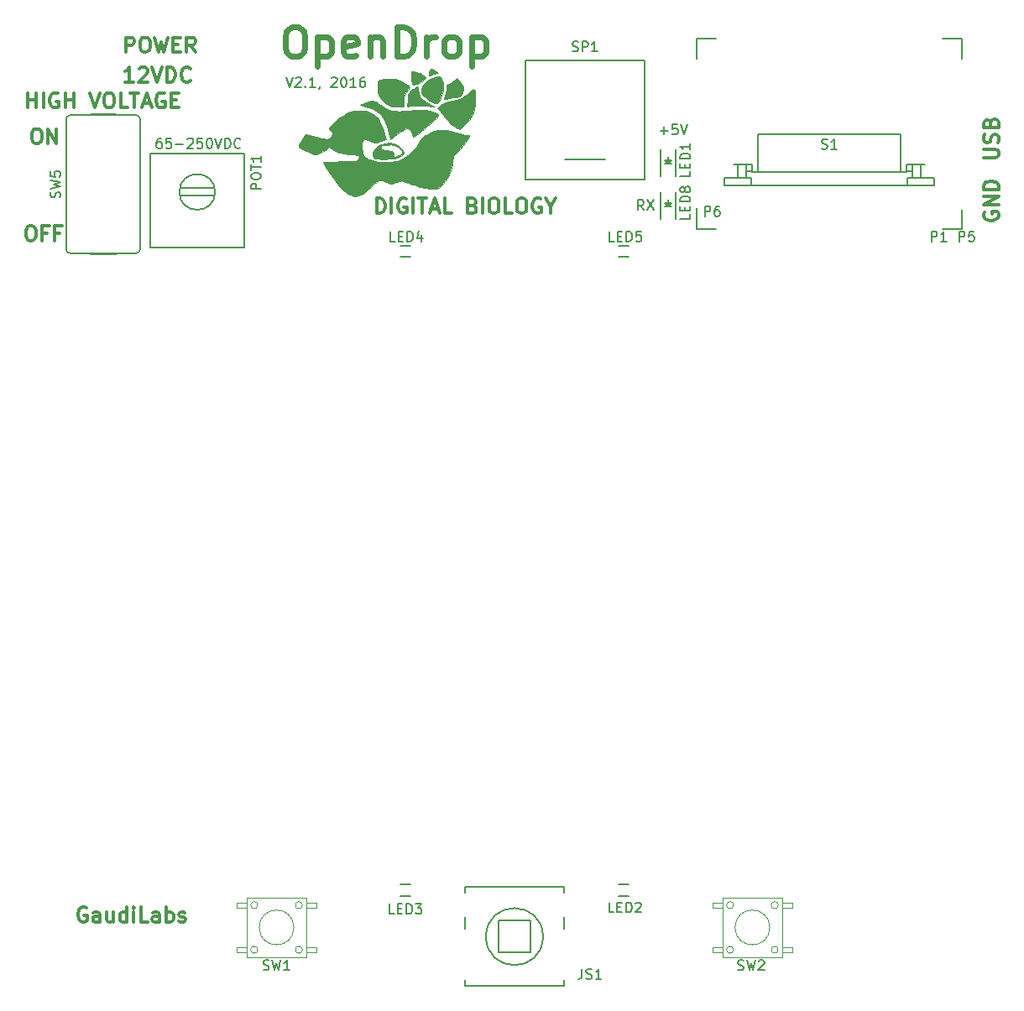
<source format=gbr>
G04 #@! TF.FileFunction,Legend,Top*
%FSLAX46Y46*%
G04 Gerber Fmt 4.6, Leading zero omitted, Abs format (unit mm)*
G04 Created by KiCad (PCBNEW 4.1.0-alpha+201607190716+6983~46~ubuntu14.04.1-product) date Tue Aug 16 21:10:14 2016*
%MOMM*%
%LPD*%
G01*
G04 APERTURE LIST*
%ADD10C,0.100000*%
%ADD11C,0.300000*%
%ADD12C,0.200000*%
%ADD13C,0.600000*%
%ADD14C,0.150000*%
%ADD15C,0.010000*%
%ADD16C,0.050000*%
G04 APERTURE END LIST*
D10*
D11*
X147328571Y-57817857D02*
X148542857Y-57817857D01*
X148685714Y-57746428D01*
X148757142Y-57675000D01*
X148828571Y-57532142D01*
X148828571Y-57246428D01*
X148757142Y-57103571D01*
X148685714Y-57032142D01*
X148542857Y-56960714D01*
X147328571Y-56960714D01*
X148757142Y-56317857D02*
X148828571Y-56103571D01*
X148828571Y-55746428D01*
X148757142Y-55603571D01*
X148685714Y-55532142D01*
X148542857Y-55460714D01*
X148400000Y-55460714D01*
X148257142Y-55532142D01*
X148185714Y-55603571D01*
X148114285Y-55746428D01*
X148042857Y-56032142D01*
X147971428Y-56175000D01*
X147900000Y-56246428D01*
X147757142Y-56317857D01*
X147614285Y-56317857D01*
X147471428Y-56246428D01*
X147400000Y-56175000D01*
X147328571Y-56032142D01*
X147328571Y-55675000D01*
X147400000Y-55460714D01*
X148042857Y-54317857D02*
X148114285Y-54103571D01*
X148185714Y-54032142D01*
X148328571Y-53960714D01*
X148542857Y-53960714D01*
X148685714Y-54032142D01*
X148757142Y-54103571D01*
X148828571Y-54246428D01*
X148828571Y-54817857D01*
X147328571Y-54817857D01*
X147328571Y-54317857D01*
X147400000Y-54175000D01*
X147471428Y-54103571D01*
X147614285Y-54032142D01*
X147757142Y-54032142D01*
X147900000Y-54103571D01*
X147971428Y-54175000D01*
X148042857Y-54317857D01*
X148042857Y-54817857D01*
X56817571Y-133516000D02*
X56674714Y-133444571D01*
X56460428Y-133444571D01*
X56246142Y-133516000D01*
X56103285Y-133658857D01*
X56031857Y-133801714D01*
X55960428Y-134087428D01*
X55960428Y-134301714D01*
X56031857Y-134587428D01*
X56103285Y-134730285D01*
X56246142Y-134873142D01*
X56460428Y-134944571D01*
X56603285Y-134944571D01*
X56817571Y-134873142D01*
X56889000Y-134801714D01*
X56889000Y-134301714D01*
X56603285Y-134301714D01*
X58174714Y-134944571D02*
X58174714Y-134158857D01*
X58103285Y-134016000D01*
X57960428Y-133944571D01*
X57674714Y-133944571D01*
X57531857Y-134016000D01*
X58174714Y-134873142D02*
X58031857Y-134944571D01*
X57674714Y-134944571D01*
X57531857Y-134873142D01*
X57460428Y-134730285D01*
X57460428Y-134587428D01*
X57531857Y-134444571D01*
X57674714Y-134373142D01*
X58031857Y-134373142D01*
X58174714Y-134301714D01*
X59531857Y-133944571D02*
X59531857Y-134944571D01*
X58889000Y-133944571D02*
X58889000Y-134730285D01*
X58960428Y-134873142D01*
X59103285Y-134944571D01*
X59317571Y-134944571D01*
X59460428Y-134873142D01*
X59531857Y-134801714D01*
X60889000Y-134944571D02*
X60889000Y-133444571D01*
X60889000Y-134873142D02*
X60746142Y-134944571D01*
X60460428Y-134944571D01*
X60317571Y-134873142D01*
X60246142Y-134801714D01*
X60174714Y-134658857D01*
X60174714Y-134230285D01*
X60246142Y-134087428D01*
X60317571Y-134016000D01*
X60460428Y-133944571D01*
X60746142Y-133944571D01*
X60889000Y-134016000D01*
X61603285Y-134944571D02*
X61603285Y-133944571D01*
X61603285Y-133444571D02*
X61531857Y-133516000D01*
X61603285Y-133587428D01*
X61674714Y-133516000D01*
X61603285Y-133444571D01*
X61603285Y-133587428D01*
X63031857Y-134944571D02*
X62317571Y-134944571D01*
X62317571Y-133444571D01*
X64174714Y-134944571D02*
X64174714Y-134158857D01*
X64103285Y-134016000D01*
X63960428Y-133944571D01*
X63674714Y-133944571D01*
X63531857Y-134016000D01*
X64174714Y-134873142D02*
X64031857Y-134944571D01*
X63674714Y-134944571D01*
X63531857Y-134873142D01*
X63460428Y-134730285D01*
X63460428Y-134587428D01*
X63531857Y-134444571D01*
X63674714Y-134373142D01*
X64031857Y-134373142D01*
X64174714Y-134301714D01*
X64889000Y-134944571D02*
X64889000Y-133444571D01*
X64889000Y-134016000D02*
X65031857Y-133944571D01*
X65317571Y-133944571D01*
X65460428Y-134016000D01*
X65531857Y-134087428D01*
X65603285Y-134230285D01*
X65603285Y-134658857D01*
X65531857Y-134801714D01*
X65460428Y-134873142D01*
X65317571Y-134944571D01*
X65031857Y-134944571D01*
X64889000Y-134873142D01*
X66174714Y-134873142D02*
X66317571Y-134944571D01*
X66603285Y-134944571D01*
X66746142Y-134873142D01*
X66817571Y-134730285D01*
X66817571Y-134658857D01*
X66746142Y-134516000D01*
X66603285Y-134444571D01*
X66389000Y-134444571D01*
X66246142Y-134373142D01*
X66174714Y-134230285D01*
X66174714Y-134158857D01*
X66246142Y-134016000D01*
X66389000Y-133944571D01*
X66603285Y-133944571D01*
X66746142Y-134016000D01*
D12*
X76958380Y-49702380D02*
X77291714Y-50702380D01*
X77625047Y-49702380D01*
X77910761Y-49797619D02*
X77958380Y-49750000D01*
X78053619Y-49702380D01*
X78291714Y-49702380D01*
X78386952Y-49750000D01*
X78434571Y-49797619D01*
X78482190Y-49892857D01*
X78482190Y-49988095D01*
X78434571Y-50130952D01*
X77863142Y-50702380D01*
X78482190Y-50702380D01*
X78910761Y-50607142D02*
X78958380Y-50654761D01*
X78910761Y-50702380D01*
X78863142Y-50654761D01*
X78910761Y-50607142D01*
X78910761Y-50702380D01*
X79910761Y-50702380D02*
X79339333Y-50702380D01*
X79625047Y-50702380D02*
X79625047Y-49702380D01*
X79529809Y-49845238D01*
X79434571Y-49940476D01*
X79339333Y-49988095D01*
X80386952Y-50654761D02*
X80386952Y-50702380D01*
X80339333Y-50797619D01*
X80291714Y-50845238D01*
X81529809Y-49797619D02*
X81577428Y-49750000D01*
X81672666Y-49702380D01*
X81910761Y-49702380D01*
X82006000Y-49750000D01*
X82053619Y-49797619D01*
X82101238Y-49892857D01*
X82101238Y-49988095D01*
X82053619Y-50130952D01*
X81482190Y-50702380D01*
X82101238Y-50702380D01*
X82720285Y-49702380D02*
X82815523Y-49702380D01*
X82910761Y-49750000D01*
X82958380Y-49797619D01*
X83006000Y-49892857D01*
X83053619Y-50083333D01*
X83053619Y-50321428D01*
X83006000Y-50511904D01*
X82958380Y-50607142D01*
X82910761Y-50654761D01*
X82815523Y-50702380D01*
X82720285Y-50702380D01*
X82625047Y-50654761D01*
X82577428Y-50607142D01*
X82529809Y-50511904D01*
X82482190Y-50321428D01*
X82482190Y-50083333D01*
X82529809Y-49892857D01*
X82577428Y-49797619D01*
X82625047Y-49750000D01*
X82720285Y-49702380D01*
X84006000Y-50702380D02*
X83434571Y-50702380D01*
X83720285Y-50702380D02*
X83720285Y-49702380D01*
X83625047Y-49845238D01*
X83529809Y-49940476D01*
X83434571Y-49988095D01*
X84863142Y-49702380D02*
X84672666Y-49702380D01*
X84577428Y-49750000D01*
X84529809Y-49797619D01*
X84434571Y-49940476D01*
X84386952Y-50130952D01*
X84386952Y-50511904D01*
X84434571Y-50607142D01*
X84482190Y-50654761D01*
X84577428Y-50702380D01*
X84767904Y-50702380D01*
X84863142Y-50654761D01*
X84910761Y-50607142D01*
X84958380Y-50511904D01*
X84958380Y-50273809D01*
X84910761Y-50178571D01*
X84863142Y-50130952D01*
X84767904Y-50083333D01*
X84577428Y-50083333D01*
X84482190Y-50130952D01*
X84434571Y-50178571D01*
X84386952Y-50273809D01*
X64358095Y-55867380D02*
X64167619Y-55867380D01*
X64072380Y-55915000D01*
X64024761Y-55962619D01*
X63929523Y-56105476D01*
X63881904Y-56295952D01*
X63881904Y-56676904D01*
X63929523Y-56772142D01*
X63977142Y-56819761D01*
X64072380Y-56867380D01*
X64262857Y-56867380D01*
X64358095Y-56819761D01*
X64405714Y-56772142D01*
X64453333Y-56676904D01*
X64453333Y-56438809D01*
X64405714Y-56343571D01*
X64358095Y-56295952D01*
X64262857Y-56248333D01*
X64072380Y-56248333D01*
X63977142Y-56295952D01*
X63929523Y-56343571D01*
X63881904Y-56438809D01*
X65358095Y-55867380D02*
X64881904Y-55867380D01*
X64834285Y-56343571D01*
X64881904Y-56295952D01*
X64977142Y-56248333D01*
X65215238Y-56248333D01*
X65310476Y-56295952D01*
X65358095Y-56343571D01*
X65405714Y-56438809D01*
X65405714Y-56676904D01*
X65358095Y-56772142D01*
X65310476Y-56819761D01*
X65215238Y-56867380D01*
X64977142Y-56867380D01*
X64881904Y-56819761D01*
X64834285Y-56772142D01*
X65834285Y-56486428D02*
X66596190Y-56486428D01*
X67024761Y-55962619D02*
X67072380Y-55915000D01*
X67167619Y-55867380D01*
X67405714Y-55867380D01*
X67500952Y-55915000D01*
X67548571Y-55962619D01*
X67596190Y-56057857D01*
X67596190Y-56153095D01*
X67548571Y-56295952D01*
X66977142Y-56867380D01*
X67596190Y-56867380D01*
X68500952Y-55867380D02*
X68024761Y-55867380D01*
X67977142Y-56343571D01*
X68024761Y-56295952D01*
X68120000Y-56248333D01*
X68358095Y-56248333D01*
X68453333Y-56295952D01*
X68500952Y-56343571D01*
X68548571Y-56438809D01*
X68548571Y-56676904D01*
X68500952Y-56772142D01*
X68453333Y-56819761D01*
X68358095Y-56867380D01*
X68120000Y-56867380D01*
X68024761Y-56819761D01*
X67977142Y-56772142D01*
X69167619Y-55867380D02*
X69262857Y-55867380D01*
X69358095Y-55915000D01*
X69405714Y-55962619D01*
X69453333Y-56057857D01*
X69500952Y-56248333D01*
X69500952Y-56486428D01*
X69453333Y-56676904D01*
X69405714Y-56772142D01*
X69358095Y-56819761D01*
X69262857Y-56867380D01*
X69167619Y-56867380D01*
X69072380Y-56819761D01*
X69024761Y-56772142D01*
X68977142Y-56676904D01*
X68929523Y-56486428D01*
X68929523Y-56248333D01*
X68977142Y-56057857D01*
X69024761Y-55962619D01*
X69072380Y-55915000D01*
X69167619Y-55867380D01*
X69786666Y-55867380D02*
X70120000Y-56867380D01*
X70453333Y-55867380D01*
X70786666Y-56867380D02*
X70786666Y-55867380D01*
X71024761Y-55867380D01*
X71167619Y-55915000D01*
X71262857Y-56010238D01*
X71310476Y-56105476D01*
X71358095Y-56295952D01*
X71358095Y-56438809D01*
X71310476Y-56629285D01*
X71262857Y-56724523D01*
X71167619Y-56819761D01*
X71024761Y-56867380D01*
X70786666Y-56867380D01*
X72358095Y-56772142D02*
X72310476Y-56819761D01*
X72167619Y-56867380D01*
X72072380Y-56867380D01*
X71929523Y-56819761D01*
X71834285Y-56724523D01*
X71786666Y-56629285D01*
X71739047Y-56438809D01*
X71739047Y-56295952D01*
X71786666Y-56105476D01*
X71834285Y-56010238D01*
X71929523Y-55915000D01*
X72072380Y-55867380D01*
X72167619Y-55867380D01*
X72310476Y-55915000D01*
X72358095Y-55962619D01*
D11*
X147400000Y-63317857D02*
X147328571Y-63460714D01*
X147328571Y-63675000D01*
X147400000Y-63889285D01*
X147542857Y-64032142D01*
X147685714Y-64103571D01*
X147971428Y-64175000D01*
X148185714Y-64175000D01*
X148471428Y-64103571D01*
X148614285Y-64032142D01*
X148757142Y-63889285D01*
X148828571Y-63675000D01*
X148828571Y-63532142D01*
X148757142Y-63317857D01*
X148685714Y-63246428D01*
X148185714Y-63246428D01*
X148185714Y-63532142D01*
X148828571Y-62603571D02*
X147328571Y-62603571D01*
X148828571Y-61746428D01*
X147328571Y-61746428D01*
X148828571Y-61032142D02*
X147328571Y-61032142D01*
X147328571Y-60675000D01*
X147400000Y-60460714D01*
X147542857Y-60317857D01*
X147685714Y-60246428D01*
X147971428Y-60175000D01*
X148185714Y-60175000D01*
X148471428Y-60246428D01*
X148614285Y-60317857D01*
X148757142Y-60460714D01*
X148828571Y-60675000D01*
X148828571Y-61032142D01*
D12*
X114713285Y-55089428D02*
X115475190Y-55089428D01*
X115094238Y-55470380D02*
X115094238Y-54708476D01*
X116427571Y-54470380D02*
X115951380Y-54470380D01*
X115903761Y-54946571D01*
X115951380Y-54898952D01*
X116046619Y-54851333D01*
X116284714Y-54851333D01*
X116379952Y-54898952D01*
X116427571Y-54946571D01*
X116475190Y-55041809D01*
X116475190Y-55279904D01*
X116427571Y-55375142D01*
X116379952Y-55422761D01*
X116284714Y-55470380D01*
X116046619Y-55470380D01*
X115951380Y-55422761D01*
X115903761Y-55375142D01*
X116760904Y-54470380D02*
X117094238Y-55470380D01*
X117427571Y-54470380D01*
X113041333Y-63098380D02*
X112708000Y-62622190D01*
X112469904Y-63098380D02*
X112469904Y-62098380D01*
X112850857Y-62098380D01*
X112946095Y-62146000D01*
X112993714Y-62193619D01*
X113041333Y-62288857D01*
X113041333Y-62431714D01*
X112993714Y-62526952D01*
X112946095Y-62574571D01*
X112850857Y-62622190D01*
X112469904Y-62622190D01*
X113374666Y-62098380D02*
X114041333Y-63098380D01*
X114041333Y-62098380D02*
X113374666Y-63098380D01*
D11*
X61577428Y-50178571D02*
X60720285Y-50178571D01*
X61148857Y-50178571D02*
X61148857Y-48678571D01*
X61006000Y-48892857D01*
X60863142Y-49035714D01*
X60720285Y-49107142D01*
X62148857Y-48821428D02*
X62220285Y-48750000D01*
X62363142Y-48678571D01*
X62720285Y-48678571D01*
X62863142Y-48750000D01*
X62934571Y-48821428D01*
X63006000Y-48964285D01*
X63006000Y-49107142D01*
X62934571Y-49321428D01*
X62077428Y-50178571D01*
X63006000Y-50178571D01*
X63434571Y-48678571D02*
X63934571Y-50178571D01*
X64434571Y-48678571D01*
X64934571Y-50178571D02*
X64934571Y-48678571D01*
X65291714Y-48678571D01*
X65506000Y-48750000D01*
X65648857Y-48892857D01*
X65720285Y-49035714D01*
X65791714Y-49321428D01*
X65791714Y-49535714D01*
X65720285Y-49821428D01*
X65648857Y-49964285D01*
X65506000Y-50107142D01*
X65291714Y-50178571D01*
X64934571Y-50178571D01*
X67291714Y-50035714D02*
X67220285Y-50107142D01*
X67005999Y-50178571D01*
X66863142Y-50178571D01*
X66648857Y-50107142D01*
X66505999Y-49964285D01*
X66434571Y-49821428D01*
X66363142Y-49535714D01*
X66363142Y-49321428D01*
X66434571Y-49035714D01*
X66505999Y-48892857D01*
X66648857Y-48750000D01*
X66863142Y-48678571D01*
X67005999Y-48678571D01*
X67220285Y-48750000D01*
X67291714Y-48821428D01*
X60791714Y-47178571D02*
X60791714Y-45678571D01*
X61363142Y-45678571D01*
X61506000Y-45750000D01*
X61577428Y-45821428D01*
X61648857Y-45964285D01*
X61648857Y-46178571D01*
X61577428Y-46321428D01*
X61506000Y-46392857D01*
X61363142Y-46464285D01*
X60791714Y-46464285D01*
X62577428Y-45678571D02*
X62863142Y-45678571D01*
X63006000Y-45750000D01*
X63148857Y-45892857D01*
X63220285Y-46178571D01*
X63220285Y-46678571D01*
X63148857Y-46964285D01*
X63006000Y-47107142D01*
X62863142Y-47178571D01*
X62577428Y-47178571D01*
X62434571Y-47107142D01*
X62291714Y-46964285D01*
X62220285Y-46678571D01*
X62220285Y-46178571D01*
X62291714Y-45892857D01*
X62434571Y-45750000D01*
X62577428Y-45678571D01*
X63720285Y-45678571D02*
X64077428Y-47178571D01*
X64363142Y-46107142D01*
X64648857Y-47178571D01*
X65006000Y-45678571D01*
X65577428Y-46392857D02*
X66077428Y-46392857D01*
X66291714Y-47178571D02*
X65577428Y-47178571D01*
X65577428Y-45678571D01*
X66291714Y-45678571D01*
X67791714Y-47178571D02*
X67291714Y-46464285D01*
X66934571Y-47178571D02*
X66934571Y-45678571D01*
X67506000Y-45678571D01*
X67648857Y-45750000D01*
X67720285Y-45821428D01*
X67791714Y-45964285D01*
X67791714Y-46178571D01*
X67720285Y-46321428D01*
X67648857Y-46392857D01*
X67506000Y-46464285D01*
X66934571Y-46464285D01*
X51071428Y-64703571D02*
X51357142Y-64703571D01*
X51500000Y-64775000D01*
X51642857Y-64917857D01*
X51714285Y-65203571D01*
X51714285Y-65703571D01*
X51642857Y-65989285D01*
X51500000Y-66132142D01*
X51357142Y-66203571D01*
X51071428Y-66203571D01*
X50928571Y-66132142D01*
X50785714Y-65989285D01*
X50714285Y-65703571D01*
X50714285Y-65203571D01*
X50785714Y-64917857D01*
X50928571Y-64775000D01*
X51071428Y-64703571D01*
X52857142Y-65417857D02*
X52357142Y-65417857D01*
X52357142Y-66203571D02*
X52357142Y-64703571D01*
X53071428Y-64703571D01*
X54142857Y-65417857D02*
X53642857Y-65417857D01*
X53642857Y-66203571D02*
X53642857Y-64703571D01*
X54357142Y-64703571D01*
X51671428Y-54903571D02*
X51957142Y-54903571D01*
X52100000Y-54975000D01*
X52242857Y-55117857D01*
X52314285Y-55403571D01*
X52314285Y-55903571D01*
X52242857Y-56189285D01*
X52100000Y-56332142D01*
X51957142Y-56403571D01*
X51671428Y-56403571D01*
X51528571Y-56332142D01*
X51385714Y-56189285D01*
X51314285Y-55903571D01*
X51314285Y-55403571D01*
X51385714Y-55117857D01*
X51528571Y-54975000D01*
X51671428Y-54903571D01*
X52957142Y-56403571D02*
X52957142Y-54903571D01*
X53814285Y-56403571D01*
X53814285Y-54903571D01*
X50896571Y-52775571D02*
X50896571Y-51275571D01*
X50896571Y-51989857D02*
X51753714Y-51989857D01*
X51753714Y-52775571D02*
X51753714Y-51275571D01*
X52468000Y-52775571D02*
X52468000Y-51275571D01*
X53968000Y-51347000D02*
X53825142Y-51275571D01*
X53610857Y-51275571D01*
X53396571Y-51347000D01*
X53253714Y-51489857D01*
X53182285Y-51632714D01*
X53110857Y-51918428D01*
X53110857Y-52132714D01*
X53182285Y-52418428D01*
X53253714Y-52561285D01*
X53396571Y-52704142D01*
X53610857Y-52775571D01*
X53753714Y-52775571D01*
X53968000Y-52704142D01*
X54039428Y-52632714D01*
X54039428Y-52132714D01*
X53753714Y-52132714D01*
X54682285Y-52775571D02*
X54682285Y-51275571D01*
X54682285Y-51989857D02*
X55539428Y-51989857D01*
X55539428Y-52775571D02*
X55539428Y-51275571D01*
X57182285Y-51275571D02*
X57682285Y-52775571D01*
X58182285Y-51275571D01*
X58968000Y-51275571D02*
X59253714Y-51275571D01*
X59396571Y-51347000D01*
X59539428Y-51489857D01*
X59610857Y-51775571D01*
X59610857Y-52275571D01*
X59539428Y-52561285D01*
X59396571Y-52704142D01*
X59253714Y-52775571D01*
X58968000Y-52775571D01*
X58825142Y-52704142D01*
X58682285Y-52561285D01*
X58610857Y-52275571D01*
X58610857Y-51775571D01*
X58682285Y-51489857D01*
X58825142Y-51347000D01*
X58968000Y-51275571D01*
X60968000Y-52775571D02*
X60253714Y-52775571D01*
X60253714Y-51275571D01*
X61253714Y-51275571D02*
X62110857Y-51275571D01*
X61682285Y-52775571D02*
X61682285Y-51275571D01*
X62539428Y-52347000D02*
X63253714Y-52347000D01*
X62396571Y-52775571D02*
X62896571Y-51275571D01*
X63396571Y-52775571D01*
X64682285Y-51347000D02*
X64539428Y-51275571D01*
X64325142Y-51275571D01*
X64110857Y-51347000D01*
X63968000Y-51489857D01*
X63896571Y-51632714D01*
X63825142Y-51918428D01*
X63825142Y-52132714D01*
X63896571Y-52418428D01*
X63968000Y-52561285D01*
X64110857Y-52704142D01*
X64325142Y-52775571D01*
X64468000Y-52775571D01*
X64682285Y-52704142D01*
X64753714Y-52632714D01*
X64753714Y-52132714D01*
X64468000Y-52132714D01*
X65396571Y-51989857D02*
X65896571Y-51989857D01*
X66110857Y-52775571D02*
X65396571Y-52775571D01*
X65396571Y-51275571D01*
X66110857Y-51275571D01*
D13*
X77577428Y-44607142D02*
X78148857Y-44607142D01*
X78434571Y-44750000D01*
X78720285Y-45035714D01*
X78863142Y-45607142D01*
X78863142Y-46607142D01*
X78720285Y-47178571D01*
X78434571Y-47464285D01*
X78148857Y-47607142D01*
X77577428Y-47607142D01*
X77291714Y-47464285D01*
X77006000Y-47178571D01*
X76863142Y-46607142D01*
X76863142Y-45607142D01*
X77006000Y-45035714D01*
X77291714Y-44750000D01*
X77577428Y-44607142D01*
X80148857Y-45607142D02*
X80148857Y-48607142D01*
X80148857Y-45750000D02*
X80434571Y-45607142D01*
X81006000Y-45607142D01*
X81291714Y-45750000D01*
X81434571Y-45892857D01*
X81577428Y-46178571D01*
X81577428Y-47035714D01*
X81434571Y-47321428D01*
X81291714Y-47464285D01*
X81006000Y-47607142D01*
X80434571Y-47607142D01*
X80148857Y-47464285D01*
X84006000Y-47464285D02*
X83720285Y-47607142D01*
X83148857Y-47607142D01*
X82863142Y-47464285D01*
X82720285Y-47178571D01*
X82720285Y-46035714D01*
X82863142Y-45750000D01*
X83148857Y-45607142D01*
X83720285Y-45607142D01*
X84006000Y-45750000D01*
X84148857Y-46035714D01*
X84148857Y-46321428D01*
X82720285Y-46607142D01*
X85434571Y-45607142D02*
X85434571Y-47607142D01*
X85434571Y-45892857D02*
X85577428Y-45750000D01*
X85863142Y-45607142D01*
X86291714Y-45607142D01*
X86577428Y-45750000D01*
X86720285Y-46035714D01*
X86720285Y-47607142D01*
X88148857Y-47607142D02*
X88148857Y-44607142D01*
X88863142Y-44607142D01*
X89291714Y-44750000D01*
X89577428Y-45035714D01*
X89720285Y-45321428D01*
X89863142Y-45892857D01*
X89863142Y-46321428D01*
X89720285Y-46892857D01*
X89577428Y-47178571D01*
X89291714Y-47464285D01*
X88863142Y-47607142D01*
X88148857Y-47607142D01*
X91148857Y-47607142D02*
X91148857Y-45607142D01*
X91148857Y-46178571D02*
X91291714Y-45892857D01*
X91434571Y-45750000D01*
X91720285Y-45607142D01*
X92006000Y-45607142D01*
X93434571Y-47607142D02*
X93148857Y-47464285D01*
X93006000Y-47321428D01*
X92863142Y-47035714D01*
X92863142Y-46178571D01*
X93006000Y-45892857D01*
X93148857Y-45750000D01*
X93434571Y-45607142D01*
X93863142Y-45607142D01*
X94148857Y-45750000D01*
X94291714Y-45892857D01*
X94434571Y-46178571D01*
X94434571Y-47035714D01*
X94291714Y-47321428D01*
X94148857Y-47464285D01*
X93863142Y-47607142D01*
X93434571Y-47607142D01*
X95720285Y-45607142D02*
X95720285Y-48607142D01*
X95720285Y-45750000D02*
X96006000Y-45607142D01*
X96577428Y-45607142D01*
X96863142Y-45750000D01*
X97006000Y-45892857D01*
X97148857Y-46178571D01*
X97148857Y-47035714D01*
X97006000Y-47321428D01*
X96863142Y-47464285D01*
X96577428Y-47607142D01*
X96006000Y-47607142D01*
X95720285Y-47464285D01*
D11*
X86077428Y-63428571D02*
X86077428Y-61928571D01*
X86434571Y-61928571D01*
X86648857Y-62000000D01*
X86791714Y-62142857D01*
X86863142Y-62285714D01*
X86934571Y-62571428D01*
X86934571Y-62785714D01*
X86863142Y-63071428D01*
X86791714Y-63214285D01*
X86648857Y-63357142D01*
X86434571Y-63428571D01*
X86077428Y-63428571D01*
X87577428Y-63428571D02*
X87577428Y-61928571D01*
X89077428Y-62000000D02*
X88934571Y-61928571D01*
X88720285Y-61928571D01*
X88506000Y-62000000D01*
X88363142Y-62142857D01*
X88291714Y-62285714D01*
X88220285Y-62571428D01*
X88220285Y-62785714D01*
X88291714Y-63071428D01*
X88363142Y-63214285D01*
X88506000Y-63357142D01*
X88720285Y-63428571D01*
X88863142Y-63428571D01*
X89077428Y-63357142D01*
X89148857Y-63285714D01*
X89148857Y-62785714D01*
X88863142Y-62785714D01*
X89791714Y-63428571D02*
X89791714Y-61928571D01*
X90291714Y-61928571D02*
X91148857Y-61928571D01*
X90720285Y-63428571D02*
X90720285Y-61928571D01*
X91577428Y-63000000D02*
X92291714Y-63000000D01*
X91434571Y-63428571D02*
X91934571Y-61928571D01*
X92434571Y-63428571D01*
X93648857Y-63428571D02*
X92934571Y-63428571D01*
X92934571Y-61928571D01*
X95791714Y-62642857D02*
X96006000Y-62714285D01*
X96077428Y-62785714D01*
X96148857Y-62928571D01*
X96148857Y-63142857D01*
X96077428Y-63285714D01*
X96006000Y-63357142D01*
X95863142Y-63428571D01*
X95291714Y-63428571D01*
X95291714Y-61928571D01*
X95791714Y-61928571D01*
X95934571Y-62000000D01*
X96006000Y-62071428D01*
X96077428Y-62214285D01*
X96077428Y-62357142D01*
X96006000Y-62500000D01*
X95934571Y-62571428D01*
X95791714Y-62642857D01*
X95291714Y-62642857D01*
X96791714Y-63428571D02*
X96791714Y-61928571D01*
X97791714Y-61928571D02*
X98077428Y-61928571D01*
X98220285Y-62000000D01*
X98363142Y-62142857D01*
X98434571Y-62428571D01*
X98434571Y-62928571D01*
X98363142Y-63214285D01*
X98220285Y-63357142D01*
X98077428Y-63428571D01*
X97791714Y-63428571D01*
X97648857Y-63357142D01*
X97506000Y-63214285D01*
X97434571Y-62928571D01*
X97434571Y-62428571D01*
X97506000Y-62142857D01*
X97648857Y-62000000D01*
X97791714Y-61928571D01*
X99791714Y-63428571D02*
X99077428Y-63428571D01*
X99077428Y-61928571D01*
X100577428Y-61928571D02*
X100863142Y-61928571D01*
X101006000Y-62000000D01*
X101148857Y-62142857D01*
X101220285Y-62428571D01*
X101220285Y-62928571D01*
X101148857Y-63214285D01*
X101006000Y-63357142D01*
X100863142Y-63428571D01*
X100577428Y-63428571D01*
X100434571Y-63357142D01*
X100291714Y-63214285D01*
X100220285Y-62928571D01*
X100220285Y-62428571D01*
X100291714Y-62142857D01*
X100434571Y-62000000D01*
X100577428Y-61928571D01*
X102648857Y-62000000D02*
X102506000Y-61928571D01*
X102291714Y-61928571D01*
X102077428Y-62000000D01*
X101934571Y-62142857D01*
X101863142Y-62285714D01*
X101791714Y-62571428D01*
X101791714Y-62785714D01*
X101863142Y-63071428D01*
X101934571Y-63214285D01*
X102077428Y-63357142D01*
X102291714Y-63428571D01*
X102434571Y-63428571D01*
X102648857Y-63357142D01*
X102720285Y-63285714D01*
X102720285Y-62785714D01*
X102434571Y-62785714D01*
X103648857Y-62714285D02*
X103648857Y-63428571D01*
X103148857Y-61928571D02*
X103648857Y-62714285D01*
X104148857Y-61928571D01*
D14*
X105000000Y-141425000D02*
X105000000Y-140825000D01*
X95000000Y-141425000D02*
X95000000Y-140825000D01*
X105000000Y-131425000D02*
X105000000Y-132025000D01*
X95000000Y-131425000D02*
X95000000Y-132025000D01*
X102875000Y-136425000D02*
G75*
G03X102875000Y-136425000I-2875000J0D01*
G01*
X98400000Y-134825000D02*
X98400000Y-138025000D01*
X98400000Y-138025000D02*
X101600000Y-138025000D01*
X101600000Y-138025000D02*
X101600000Y-134825000D01*
X101600000Y-134825000D02*
X98400000Y-134825000D01*
X105000000Y-134425000D02*
X105000000Y-135625000D01*
X95000000Y-134425000D02*
X95000000Y-135625000D01*
X95000000Y-141425000D02*
X105000000Y-141425000D01*
X95000000Y-131425000D02*
X105000000Y-131425000D01*
X66296000Y-60899000D02*
X69696000Y-60899000D01*
X66296000Y-61659000D02*
X69696000Y-61659000D01*
X63231000Y-57389000D02*
X72761000Y-57389000D01*
X72761000Y-57389000D02*
X72761000Y-66919000D01*
X72761000Y-66919000D02*
X63231000Y-66919000D01*
X63231000Y-66919000D02*
X63231000Y-57389000D01*
X69797735Y-61279000D02*
G75*
G03X69797735Y-61279000I-1801735J0D01*
G01*
X111500000Y-131153200D02*
X110500000Y-131153200D01*
X110500000Y-132294400D02*
X111500000Y-132294400D01*
X89500000Y-131153200D02*
X88500000Y-131153200D01*
X88500000Y-132294400D02*
X89500000Y-132294400D01*
X88500000Y-67846800D02*
X89500000Y-67846800D01*
X89500000Y-66705600D02*
X88500000Y-66705600D01*
X110500000Y-67846800D02*
X111500000Y-67846800D01*
X111500000Y-66705600D02*
X110500000Y-66705600D01*
D15*
G36*
X84695175Y-53060626D02*
X85068988Y-53122416D01*
X85179417Y-53155450D01*
X85613927Y-53348792D01*
X85986121Y-53598344D01*
X86264884Y-53883004D01*
X86277545Y-53900167D01*
X86377292Y-54075036D01*
X86498528Y-54344958D01*
X86630805Y-54682069D01*
X86763670Y-55058504D01*
X86886674Y-55446400D01*
X86973344Y-55755379D01*
X87035213Y-55992509D01*
X86771088Y-56063630D01*
X86538873Y-56139390D01*
X86313193Y-56232635D01*
X86284357Y-56246683D01*
X86179370Y-56296070D01*
X86088714Y-56318628D01*
X85982515Y-56310154D01*
X85830900Y-56266445D01*
X85603994Y-56183298D01*
X85469879Y-56132093D01*
X85173247Y-56024237D01*
X84970578Y-55965832D01*
X84840998Y-55952100D01*
X84772025Y-55972423D01*
X84678894Y-56098034D01*
X84619332Y-56317319D01*
X84594669Y-56601109D01*
X84606237Y-56920237D01*
X84655370Y-57245536D01*
X84705132Y-57437046D01*
X84811211Y-57636970D01*
X84979192Y-57813721D01*
X85169690Y-57932630D01*
X85302666Y-57963000D01*
X85449947Y-57992189D01*
X85644073Y-58065809D01*
X85726419Y-58105875D01*
X85845745Y-58162717D01*
X85967724Y-58202225D01*
X86118147Y-58227489D01*
X86322803Y-58241599D01*
X86607481Y-58247643D01*
X86919000Y-58248750D01*
X87341598Y-58244294D01*
X87665924Y-58229232D01*
X87920450Y-58201021D01*
X88133649Y-58157116D01*
X88220750Y-58132461D01*
X88762216Y-57903606D01*
X89275390Y-57562351D01*
X89744743Y-57122656D01*
X90154747Y-56598477D01*
X90411402Y-56163260D01*
X90510474Y-55995668D01*
X90630335Y-55855094D01*
X90799498Y-55714829D01*
X91046475Y-55548162D01*
X91113123Y-55505905D01*
X91526784Y-55267087D01*
X91905884Y-55102482D01*
X92275287Y-55010254D01*
X92659859Y-54988566D01*
X93084465Y-55035580D01*
X93573970Y-55149460D01*
X94036562Y-55289927D01*
X94404061Y-55401450D01*
X94734014Y-55486384D01*
X94996959Y-55537734D01*
X95131937Y-55550000D01*
X95305946Y-55557446D01*
X95412398Y-55576354D01*
X95428000Y-55588736D01*
X95400234Y-55660436D01*
X95327506Y-55810820D01*
X95227502Y-56003645D01*
X95036516Y-56315581D01*
X94790608Y-56650967D01*
X94519174Y-56974433D01*
X94251608Y-57250608D01*
X94048624Y-57422155D01*
X93906606Y-57530621D01*
X93827277Y-57623390D01*
X93791814Y-57742828D01*
X93781396Y-57931301D01*
X93780126Y-58026500D01*
X93730917Y-58550493D01*
X93589211Y-59075151D01*
X93410646Y-59504039D01*
X93234765Y-59829737D01*
X93017461Y-60162223D01*
X92784083Y-60467328D01*
X92559978Y-60710881D01*
X92438076Y-60815054D01*
X92196569Y-60936617D01*
X91886389Y-60992046D01*
X91500340Y-60980506D01*
X91031224Y-60901163D01*
X90471844Y-60753181D01*
X89815004Y-60535727D01*
X89713000Y-60499017D01*
X89311299Y-60354031D01*
X89006502Y-60249696D01*
X88776097Y-60183431D01*
X88597572Y-60152655D01*
X88448413Y-60154787D01*
X88306110Y-60187247D01*
X88148151Y-60247454D01*
X88016601Y-60304555D01*
X87790484Y-60398800D01*
X87614657Y-60448878D01*
X87453629Y-60452216D01*
X87271906Y-60406245D01*
X87033996Y-60308392D01*
X86840109Y-60219332D01*
X86601467Y-60124792D01*
X86417973Y-60084553D01*
X86349595Y-60089584D01*
X86256512Y-60146362D01*
X86093483Y-60272446D01*
X85882709Y-60449747D01*
X85646392Y-60660177D01*
X85623247Y-60681392D01*
X85186853Y-61063341D01*
X84811674Y-61348541D01*
X84486090Y-61544279D01*
X84198478Y-61657845D01*
X84010795Y-61692605D01*
X83819133Y-61696369D01*
X83641128Y-61659865D01*
X83427971Y-61570459D01*
X83311466Y-61511625D01*
X82946999Y-61274571D01*
X82567634Y-60939668D01*
X82479822Y-60849689D01*
X82318029Y-60665485D01*
X82123152Y-60421787D01*
X81906326Y-60134958D01*
X81678688Y-59821360D01*
X81451375Y-59497355D01*
X81235522Y-59179307D01*
X81042267Y-58883577D01*
X80882745Y-58626528D01*
X80768094Y-58424523D01*
X80709448Y-58293923D01*
X80711432Y-58251429D01*
X80794624Y-58243461D01*
X80986722Y-58234396D01*
X81269642Y-58224791D01*
X81625301Y-58215201D01*
X82035614Y-58206184D01*
X82390489Y-58199766D01*
X82896324Y-58190418D01*
X83290804Y-58180185D01*
X83589570Y-58167886D01*
X83808268Y-58152341D01*
X83962541Y-58132370D01*
X84068032Y-58106791D01*
X84140384Y-58074425D01*
X84152614Y-58066799D01*
X84278772Y-57927273D01*
X84313551Y-57760443D01*
X84250400Y-57610421D01*
X84224118Y-57585210D01*
X84128021Y-57551718D01*
X83932965Y-57515978D01*
X83666832Y-57482161D01*
X83357501Y-57454442D01*
X83343753Y-57453457D01*
X82838231Y-57403436D01*
X82429280Y-57327536D01*
X82087657Y-57217190D01*
X81784118Y-57063829D01*
X81601869Y-56943132D01*
X81328821Y-56747043D01*
X81123535Y-56920262D01*
X80953331Y-57041290D01*
X80722670Y-57176331D01*
X80466182Y-57308436D01*
X80218493Y-57420656D01*
X80014230Y-57496041D01*
X79901323Y-57518500D01*
X79797797Y-57491321D01*
X79606420Y-57416870D01*
X79352372Y-57305774D01*
X79060835Y-57168658D01*
X78988799Y-57133411D01*
X78677222Y-56978466D01*
X78463226Y-56866164D01*
X78330003Y-56783971D01*
X78260747Y-56719352D01*
X78238651Y-56659774D01*
X78246907Y-56592702D01*
X78249513Y-56582061D01*
X78333022Y-56366960D01*
X78478569Y-56102008D01*
X78661174Y-55829854D01*
X78775634Y-55683822D01*
X78956189Y-55468394D01*
X79905469Y-55699707D01*
X80248790Y-55780703D01*
X80560453Y-55849317D01*
X80814111Y-55900110D01*
X80983416Y-55927648D01*
X81026387Y-55931010D01*
X81287942Y-55884642D01*
X81490977Y-55758057D01*
X81577997Y-55635259D01*
X81641930Y-55422806D01*
X81603234Y-55251037D01*
X81455837Y-55081829D01*
X81263175Y-54910166D01*
X81376462Y-54715557D01*
X81525162Y-54524740D01*
X81762100Y-54295040D01*
X82062141Y-54044804D01*
X82400149Y-53792379D01*
X82750987Y-53556112D01*
X83089521Y-53354350D01*
X83390613Y-53205440D01*
X83506546Y-53160781D01*
X83861216Y-53079976D01*
X84275006Y-53046535D01*
X84695175Y-53060626D01*
X84695175Y-53060626D01*
G37*
X84695175Y-53060626D02*
X85068988Y-53122416D01*
X85179417Y-53155450D01*
X85613927Y-53348792D01*
X85986121Y-53598344D01*
X86264884Y-53883004D01*
X86277545Y-53900167D01*
X86377292Y-54075036D01*
X86498528Y-54344958D01*
X86630805Y-54682069D01*
X86763670Y-55058504D01*
X86886674Y-55446400D01*
X86973344Y-55755379D01*
X87035213Y-55992509D01*
X86771088Y-56063630D01*
X86538873Y-56139390D01*
X86313193Y-56232635D01*
X86284357Y-56246683D01*
X86179370Y-56296070D01*
X86088714Y-56318628D01*
X85982515Y-56310154D01*
X85830900Y-56266445D01*
X85603994Y-56183298D01*
X85469879Y-56132093D01*
X85173247Y-56024237D01*
X84970578Y-55965832D01*
X84840998Y-55952100D01*
X84772025Y-55972423D01*
X84678894Y-56098034D01*
X84619332Y-56317319D01*
X84594669Y-56601109D01*
X84606237Y-56920237D01*
X84655370Y-57245536D01*
X84705132Y-57437046D01*
X84811211Y-57636970D01*
X84979192Y-57813721D01*
X85169690Y-57932630D01*
X85302666Y-57963000D01*
X85449947Y-57992189D01*
X85644073Y-58065809D01*
X85726419Y-58105875D01*
X85845745Y-58162717D01*
X85967724Y-58202225D01*
X86118147Y-58227489D01*
X86322803Y-58241599D01*
X86607481Y-58247643D01*
X86919000Y-58248750D01*
X87341598Y-58244294D01*
X87665924Y-58229232D01*
X87920450Y-58201021D01*
X88133649Y-58157116D01*
X88220750Y-58132461D01*
X88762216Y-57903606D01*
X89275390Y-57562351D01*
X89744743Y-57122656D01*
X90154747Y-56598477D01*
X90411402Y-56163260D01*
X90510474Y-55995668D01*
X90630335Y-55855094D01*
X90799498Y-55714829D01*
X91046475Y-55548162D01*
X91113123Y-55505905D01*
X91526784Y-55267087D01*
X91905884Y-55102482D01*
X92275287Y-55010254D01*
X92659859Y-54988566D01*
X93084465Y-55035580D01*
X93573970Y-55149460D01*
X94036562Y-55289927D01*
X94404061Y-55401450D01*
X94734014Y-55486384D01*
X94996959Y-55537734D01*
X95131937Y-55550000D01*
X95305946Y-55557446D01*
X95412398Y-55576354D01*
X95428000Y-55588736D01*
X95400234Y-55660436D01*
X95327506Y-55810820D01*
X95227502Y-56003645D01*
X95036516Y-56315581D01*
X94790608Y-56650967D01*
X94519174Y-56974433D01*
X94251608Y-57250608D01*
X94048624Y-57422155D01*
X93906606Y-57530621D01*
X93827277Y-57623390D01*
X93791814Y-57742828D01*
X93781396Y-57931301D01*
X93780126Y-58026500D01*
X93730917Y-58550493D01*
X93589211Y-59075151D01*
X93410646Y-59504039D01*
X93234765Y-59829737D01*
X93017461Y-60162223D01*
X92784083Y-60467328D01*
X92559978Y-60710881D01*
X92438076Y-60815054D01*
X92196569Y-60936617D01*
X91886389Y-60992046D01*
X91500340Y-60980506D01*
X91031224Y-60901163D01*
X90471844Y-60753181D01*
X89815004Y-60535727D01*
X89713000Y-60499017D01*
X89311299Y-60354031D01*
X89006502Y-60249696D01*
X88776097Y-60183431D01*
X88597572Y-60152655D01*
X88448413Y-60154787D01*
X88306110Y-60187247D01*
X88148151Y-60247454D01*
X88016601Y-60304555D01*
X87790484Y-60398800D01*
X87614657Y-60448878D01*
X87453629Y-60452216D01*
X87271906Y-60406245D01*
X87033996Y-60308392D01*
X86840109Y-60219332D01*
X86601467Y-60124792D01*
X86417973Y-60084553D01*
X86349595Y-60089584D01*
X86256512Y-60146362D01*
X86093483Y-60272446D01*
X85882709Y-60449747D01*
X85646392Y-60660177D01*
X85623247Y-60681392D01*
X85186853Y-61063341D01*
X84811674Y-61348541D01*
X84486090Y-61544279D01*
X84198478Y-61657845D01*
X84010795Y-61692605D01*
X83819133Y-61696369D01*
X83641128Y-61659865D01*
X83427971Y-61570459D01*
X83311466Y-61511625D01*
X82946999Y-61274571D01*
X82567634Y-60939668D01*
X82479822Y-60849689D01*
X82318029Y-60665485D01*
X82123152Y-60421787D01*
X81906326Y-60134958D01*
X81678688Y-59821360D01*
X81451375Y-59497355D01*
X81235522Y-59179307D01*
X81042267Y-58883577D01*
X80882745Y-58626528D01*
X80768094Y-58424523D01*
X80709448Y-58293923D01*
X80711432Y-58251429D01*
X80794624Y-58243461D01*
X80986722Y-58234396D01*
X81269642Y-58224791D01*
X81625301Y-58215201D01*
X82035614Y-58206184D01*
X82390489Y-58199766D01*
X82896324Y-58190418D01*
X83290804Y-58180185D01*
X83589570Y-58167886D01*
X83808268Y-58152341D01*
X83962541Y-58132370D01*
X84068032Y-58106791D01*
X84140384Y-58074425D01*
X84152614Y-58066799D01*
X84278772Y-57927273D01*
X84313551Y-57760443D01*
X84250400Y-57610421D01*
X84224118Y-57585210D01*
X84128021Y-57551718D01*
X83932965Y-57515978D01*
X83666832Y-57482161D01*
X83357501Y-57454442D01*
X83343753Y-57453457D01*
X82838231Y-57403436D01*
X82429280Y-57327536D01*
X82087657Y-57217190D01*
X81784118Y-57063829D01*
X81601869Y-56943132D01*
X81328821Y-56747043D01*
X81123535Y-56920262D01*
X80953331Y-57041290D01*
X80722670Y-57176331D01*
X80466182Y-57308436D01*
X80218493Y-57420656D01*
X80014230Y-57496041D01*
X79901323Y-57518500D01*
X79797797Y-57491321D01*
X79606420Y-57416870D01*
X79352372Y-57305774D01*
X79060835Y-57168658D01*
X78988799Y-57133411D01*
X78677222Y-56978466D01*
X78463226Y-56866164D01*
X78330003Y-56783971D01*
X78260747Y-56719352D01*
X78238651Y-56659774D01*
X78246907Y-56592702D01*
X78249513Y-56582061D01*
X78333022Y-56366960D01*
X78478569Y-56102008D01*
X78661174Y-55829854D01*
X78775634Y-55683822D01*
X78956189Y-55468394D01*
X79905469Y-55699707D01*
X80248790Y-55780703D01*
X80560453Y-55849317D01*
X80814111Y-55900110D01*
X80983416Y-55927648D01*
X81026387Y-55931010D01*
X81287942Y-55884642D01*
X81490977Y-55758057D01*
X81577997Y-55635259D01*
X81641930Y-55422806D01*
X81603234Y-55251037D01*
X81455837Y-55081829D01*
X81263175Y-54910166D01*
X81376462Y-54715557D01*
X81525162Y-54524740D01*
X81762100Y-54295040D01*
X82062141Y-54044804D01*
X82400149Y-53792379D01*
X82750987Y-53556112D01*
X83089521Y-53354350D01*
X83390613Y-53205440D01*
X83506546Y-53160781D01*
X83861216Y-53079976D01*
X84275006Y-53046535D01*
X84695175Y-53060626D01*
G36*
X87704631Y-56354539D02*
X87782867Y-56376369D01*
X88098953Y-56509124D01*
X88381006Y-56683187D01*
X88612020Y-56881235D01*
X88774990Y-57085942D01*
X88852910Y-57279983D01*
X88830194Y-57443424D01*
X88687248Y-57596140D01*
X88441662Y-57734289D01*
X88117765Y-57846024D01*
X87905448Y-57893719D01*
X87651809Y-57926089D01*
X87329584Y-57946500D01*
X86974197Y-57954995D01*
X86621074Y-57951618D01*
X86305640Y-57936415D01*
X86063321Y-57909429D01*
X85979865Y-57891307D01*
X85789570Y-57783102D01*
X85693087Y-57607513D01*
X85690541Y-57382899D01*
X85782060Y-57127619D01*
X85967769Y-56860031D01*
X85972759Y-56854322D01*
X86057819Y-56784234D01*
X86512360Y-56784234D01*
X86519062Y-56817942D01*
X86552939Y-56898026D01*
X86621449Y-56955804D01*
X86748937Y-57000625D01*
X86959748Y-57041840D01*
X87193152Y-57076858D01*
X87427726Y-57117953D01*
X87617623Y-57165429D01*
X87722563Y-57209171D01*
X87723716Y-57210101D01*
X87778453Y-57315192D01*
X87806876Y-57486279D01*
X87808000Y-57527485D01*
X87814123Y-57685506D01*
X87849731Y-57746799D01*
X87940681Y-57741581D01*
X87982625Y-57731564D01*
X88169615Y-57674791D01*
X88361334Y-57603459D01*
X88557972Y-57476492D01*
X88676198Y-57307104D01*
X88697000Y-57202142D01*
X88644259Y-57096005D01*
X88503401Y-56956011D01*
X88300467Y-56803947D01*
X88061500Y-56661602D01*
X88033798Y-56647304D01*
X87858336Y-56566466D01*
X87700699Y-56521757D01*
X87515723Y-56506054D01*
X87258246Y-56512230D01*
X87197064Y-56515307D01*
X86866962Y-56544830D01*
X86650815Y-56595919D01*
X86536616Y-56673934D01*
X86512360Y-56784234D01*
X86057819Y-56784234D01*
X86232272Y-56640490D01*
X86574356Y-56473262D01*
X86959870Y-56362970D01*
X87349676Y-56319951D01*
X87704631Y-56354539D01*
X87704631Y-56354539D01*
G37*
X87704631Y-56354539D02*
X87782867Y-56376369D01*
X88098953Y-56509124D01*
X88381006Y-56683187D01*
X88612020Y-56881235D01*
X88774990Y-57085942D01*
X88852910Y-57279983D01*
X88830194Y-57443424D01*
X88687248Y-57596140D01*
X88441662Y-57734289D01*
X88117765Y-57846024D01*
X87905448Y-57893719D01*
X87651809Y-57926089D01*
X87329584Y-57946500D01*
X86974197Y-57954995D01*
X86621074Y-57951618D01*
X86305640Y-57936415D01*
X86063321Y-57909429D01*
X85979865Y-57891307D01*
X85789570Y-57783102D01*
X85693087Y-57607513D01*
X85690541Y-57382899D01*
X85782060Y-57127619D01*
X85967769Y-56860031D01*
X85972759Y-56854322D01*
X86057819Y-56784234D01*
X86512360Y-56784234D01*
X86519062Y-56817942D01*
X86552939Y-56898026D01*
X86621449Y-56955804D01*
X86748937Y-57000625D01*
X86959748Y-57041840D01*
X87193152Y-57076858D01*
X87427726Y-57117953D01*
X87617623Y-57165429D01*
X87722563Y-57209171D01*
X87723716Y-57210101D01*
X87778453Y-57315192D01*
X87806876Y-57486279D01*
X87808000Y-57527485D01*
X87814123Y-57685506D01*
X87849731Y-57746799D01*
X87940681Y-57741581D01*
X87982625Y-57731564D01*
X88169615Y-57674791D01*
X88361334Y-57603459D01*
X88557972Y-57476492D01*
X88676198Y-57307104D01*
X88697000Y-57202142D01*
X88644259Y-57096005D01*
X88503401Y-56956011D01*
X88300467Y-56803947D01*
X88061500Y-56661602D01*
X88033798Y-56647304D01*
X87858336Y-56566466D01*
X87700699Y-56521757D01*
X87515723Y-56506054D01*
X87258246Y-56512230D01*
X87197064Y-56515307D01*
X86866962Y-56544830D01*
X86650815Y-56595919D01*
X86536616Y-56673934D01*
X86512360Y-56784234D01*
X86057819Y-56784234D01*
X86232272Y-56640490D01*
X86574356Y-56473262D01*
X86959870Y-56362970D01*
X87349676Y-56319951D01*
X87704631Y-56354539D01*
G36*
X85924765Y-52137199D02*
X86195085Y-52268690D01*
X86243067Y-52302897D01*
X86651142Y-52597860D01*
X86995254Y-52816998D01*
X87305354Y-52969983D01*
X87611389Y-53066488D01*
X87943309Y-53116185D01*
X88331062Y-53128747D01*
X88760500Y-53115928D01*
X89131474Y-53094992D01*
X89518713Y-53066824D01*
X89870858Y-53035470D01*
X90090062Y-53011161D01*
X90607687Y-52974907D01*
X91095854Y-53007889D01*
X91106062Y-53009284D01*
X91393774Y-53065903D01*
X91684847Y-53151577D01*
X91949401Y-53254250D01*
X92157559Y-53361865D01*
X92279441Y-53462367D01*
X92294532Y-53488843D01*
X92275898Y-53615160D01*
X92147444Y-53803619D01*
X91909730Y-54053556D01*
X91563319Y-54364305D01*
X91531208Y-54391535D01*
X91222068Y-54647515D01*
X90906494Y-54899633D01*
X90600505Y-55136077D01*
X90320117Y-55345038D01*
X90081349Y-55514706D01*
X89900218Y-55633270D01*
X89792743Y-55688920D01*
X89771329Y-55689132D01*
X89733261Y-55606026D01*
X89679527Y-55446402D01*
X89653941Y-55359500D01*
X89542440Y-55071581D01*
X89402323Y-54903751D01*
X89237050Y-54851500D01*
X89048185Y-54892375D01*
X88795090Y-55004133D01*
X88505883Y-55170476D01*
X88208680Y-55375104D01*
X87931599Y-55601716D01*
X87911675Y-55619820D01*
X87693021Y-55809080D01*
X87543664Y-55913759D01*
X87470473Y-55929227D01*
X87465401Y-55920638D01*
X87438207Y-55823548D01*
X87387459Y-55637559D01*
X87322360Y-55396475D01*
X87295385Y-55296000D01*
X87122642Y-54707478D01*
X86946375Y-54229008D01*
X86757531Y-53843765D01*
X86547057Y-53534922D01*
X86305902Y-53285651D01*
X86146398Y-53160305D01*
X85846988Y-52962069D01*
X85572553Y-52822235D01*
X85270510Y-52718050D01*
X84937467Y-52637219D01*
X84427799Y-52527576D01*
X84884735Y-52316961D01*
X85288777Y-52161135D01*
X85629058Y-52101281D01*
X85924765Y-52137199D01*
X85924765Y-52137199D01*
G37*
X85924765Y-52137199D02*
X86195085Y-52268690D01*
X86243067Y-52302897D01*
X86651142Y-52597860D01*
X86995254Y-52816998D01*
X87305354Y-52969983D01*
X87611389Y-53066488D01*
X87943309Y-53116185D01*
X88331062Y-53128747D01*
X88760500Y-53115928D01*
X89131474Y-53094992D01*
X89518713Y-53066824D01*
X89870858Y-53035470D01*
X90090062Y-53011161D01*
X90607687Y-52974907D01*
X91095854Y-53007889D01*
X91106062Y-53009284D01*
X91393774Y-53065903D01*
X91684847Y-53151577D01*
X91949401Y-53254250D01*
X92157559Y-53361865D01*
X92279441Y-53462367D01*
X92294532Y-53488843D01*
X92275898Y-53615160D01*
X92147444Y-53803619D01*
X91909730Y-54053556D01*
X91563319Y-54364305D01*
X91531208Y-54391535D01*
X91222068Y-54647515D01*
X90906494Y-54899633D01*
X90600505Y-55136077D01*
X90320117Y-55345038D01*
X90081349Y-55514706D01*
X89900218Y-55633270D01*
X89792743Y-55688920D01*
X89771329Y-55689132D01*
X89733261Y-55606026D01*
X89679527Y-55446402D01*
X89653941Y-55359500D01*
X89542440Y-55071581D01*
X89402323Y-54903751D01*
X89237050Y-54851500D01*
X89048185Y-54892375D01*
X88795090Y-55004133D01*
X88505883Y-55170476D01*
X88208680Y-55375104D01*
X87931599Y-55601716D01*
X87911675Y-55619820D01*
X87693021Y-55809080D01*
X87543664Y-55913759D01*
X87470473Y-55929227D01*
X87465401Y-55920638D01*
X87438207Y-55823548D01*
X87387459Y-55637559D01*
X87322360Y-55396475D01*
X87295385Y-55296000D01*
X87122642Y-54707478D01*
X86946375Y-54229008D01*
X86757531Y-53843765D01*
X86547057Y-53534922D01*
X86305902Y-53285651D01*
X86146398Y-53160305D01*
X85846988Y-52962069D01*
X85572553Y-52822235D01*
X85270510Y-52718050D01*
X84937467Y-52637219D01*
X84427799Y-52527576D01*
X84884735Y-52316961D01*
X85288777Y-52161135D01*
X85629058Y-52101281D01*
X85924765Y-52137199D01*
G36*
X95893450Y-50914278D02*
X95933488Y-50969306D01*
X95945141Y-50990164D01*
X95982631Y-51116981D01*
X96016147Y-51337923D01*
X96041419Y-51620117D01*
X96050788Y-51803500D01*
X96042754Y-52382172D01*
X95967519Y-52886179D01*
X95817843Y-53352810D01*
X95700319Y-53608716D01*
X95598072Y-53770862D01*
X95439777Y-53976150D01*
X95245760Y-54203047D01*
X95036348Y-54430019D01*
X94831868Y-54635531D01*
X94652646Y-54798049D01*
X94519010Y-54896040D01*
X94467321Y-54914949D01*
X94361496Y-54888194D01*
X94193656Y-54820526D01*
X94107295Y-54779790D01*
X93874756Y-54630138D01*
X93601510Y-54400177D01*
X93314886Y-54116841D01*
X93042208Y-53807060D01*
X92819446Y-53510558D01*
X92663767Y-53294993D01*
X92507067Y-53099936D01*
X92394198Y-52978541D01*
X92221250Y-52818052D01*
X92411750Y-52659101D01*
X92736301Y-52417198D01*
X93053961Y-52251723D01*
X93413395Y-52141395D01*
X93727065Y-52083905D01*
X94221583Y-51982267D01*
X94638363Y-51827204D01*
X95019475Y-51598173D01*
X95406989Y-51274629D01*
X95431592Y-51251546D01*
X95633678Y-51062568D01*
X95764228Y-50950382D01*
X95843924Y-50904461D01*
X95893450Y-50914278D01*
X95893450Y-50914278D01*
G37*
X95893450Y-50914278D02*
X95933488Y-50969306D01*
X95945141Y-50990164D01*
X95982631Y-51116981D01*
X96016147Y-51337923D01*
X96041419Y-51620117D01*
X96050788Y-51803500D01*
X96042754Y-52382172D01*
X95967519Y-52886179D01*
X95817843Y-53352810D01*
X95700319Y-53608716D01*
X95598072Y-53770862D01*
X95439777Y-53976150D01*
X95245760Y-54203047D01*
X95036348Y-54430019D01*
X94831868Y-54635531D01*
X94652646Y-54798049D01*
X94519010Y-54896040D01*
X94467321Y-54914949D01*
X94361496Y-54888194D01*
X94193656Y-54820526D01*
X94107295Y-54779790D01*
X93874756Y-54630138D01*
X93601510Y-54400177D01*
X93314886Y-54116841D01*
X93042208Y-53807060D01*
X92819446Y-53510558D01*
X92663767Y-53294993D01*
X92507067Y-53099936D01*
X92394198Y-52978541D01*
X92221250Y-52818052D01*
X92411750Y-52659101D01*
X92736301Y-52417198D01*
X93053961Y-52251723D01*
X93413395Y-52141395D01*
X93727065Y-52083905D01*
X94221583Y-51982267D01*
X94638363Y-51827204D01*
X95019475Y-51598173D01*
X95406989Y-51274629D01*
X95431592Y-51251546D01*
X95633678Y-51062568D01*
X95764228Y-50950382D01*
X95843924Y-50904461D01*
X95893450Y-50914278D01*
G36*
X87464152Y-49851634D02*
X87784822Y-49869199D01*
X88023213Y-49898668D01*
X88224021Y-49949484D01*
X88431941Y-50031091D01*
X88533948Y-50077665D01*
X88789634Y-50208779D01*
X89036963Y-50354471D01*
X89211397Y-50475066D01*
X89459453Y-50671531D01*
X89239112Y-50928950D01*
X88996293Y-51300561D01*
X88862083Y-51725776D01*
X88833193Y-52215376D01*
X88835084Y-52253306D01*
X88859901Y-52692500D01*
X88381575Y-52686121D01*
X88108489Y-52675227D01*
X87851163Y-52652777D01*
X87665024Y-52623616D01*
X87664138Y-52623408D01*
X87256644Y-52477313D01*
X86891214Y-52250991D01*
X86592154Y-51965232D01*
X86383768Y-51640828D01*
X86322623Y-51475846D01*
X86236410Y-51094373D01*
X86188804Y-50719662D01*
X86183609Y-50392877D01*
X86206440Y-50218167D01*
X86255326Y-50074485D01*
X86344818Y-49987361D01*
X86515055Y-49920010D01*
X86540159Y-49912312D01*
X86827030Y-49861413D01*
X87230267Y-49846160D01*
X87464152Y-49851634D01*
X87464152Y-49851634D01*
G37*
X87464152Y-49851634D02*
X87784822Y-49869199D01*
X88023213Y-49898668D01*
X88224021Y-49949484D01*
X88431941Y-50031091D01*
X88533948Y-50077665D01*
X88789634Y-50208779D01*
X89036963Y-50354471D01*
X89211397Y-50475066D01*
X89459453Y-50671531D01*
X89239112Y-50928950D01*
X88996293Y-51300561D01*
X88862083Y-51725776D01*
X88833193Y-52215376D01*
X88835084Y-52253306D01*
X88859901Y-52692500D01*
X88381575Y-52686121D01*
X88108489Y-52675227D01*
X87851163Y-52652777D01*
X87665024Y-52623616D01*
X87664138Y-52623408D01*
X87256644Y-52477313D01*
X86891214Y-52250991D01*
X86592154Y-51965232D01*
X86383768Y-51640828D01*
X86322623Y-51475846D01*
X86236410Y-51094373D01*
X86188804Y-50719662D01*
X86183609Y-50392877D01*
X86206440Y-50218167D01*
X86255326Y-50074485D01*
X86344818Y-49987361D01*
X86515055Y-49920010D01*
X86540159Y-49912312D01*
X86827030Y-49861413D01*
X87230267Y-49846160D01*
X87464152Y-49851634D01*
G36*
X90246427Y-50702023D02*
X90279272Y-50827603D01*
X90284500Y-50980529D01*
X90328907Y-51332074D01*
X90467717Y-51643999D01*
X90709316Y-51926404D01*
X91062088Y-52189388D01*
X91475125Y-52414699D01*
X91743297Y-52549580D01*
X91894230Y-52638474D01*
X91928349Y-52683190D01*
X91846077Y-52685538D01*
X91647839Y-52647325D01*
X91522750Y-52617827D01*
X91300543Y-52582883D01*
X90988865Y-52558960D01*
X90624818Y-52546685D01*
X90245506Y-52546685D01*
X89888031Y-52559590D01*
X89595613Y-52585236D01*
X89192477Y-52636723D01*
X89214613Y-52034115D01*
X89237221Y-51686614D01*
X89286515Y-51432336D01*
X89379363Y-51237884D01*
X89532632Y-51069859D01*
X89763189Y-50894867D01*
X89804121Y-50866875D01*
X90026359Y-50725801D01*
X90167959Y-50669470D01*
X90246427Y-50702023D01*
X90246427Y-50702023D01*
G37*
X90246427Y-50702023D02*
X90279272Y-50827603D01*
X90284500Y-50980529D01*
X90328907Y-51332074D01*
X90467717Y-51643999D01*
X90709316Y-51926404D01*
X91062088Y-52189388D01*
X91475125Y-52414699D01*
X91743297Y-52549580D01*
X91894230Y-52638474D01*
X91928349Y-52683190D01*
X91846077Y-52685538D01*
X91647839Y-52647325D01*
X91522750Y-52617827D01*
X91300543Y-52582883D01*
X90988865Y-52558960D01*
X90624818Y-52546685D01*
X90245506Y-52546685D01*
X89888031Y-52559590D01*
X89595613Y-52585236D01*
X89192477Y-52636723D01*
X89214613Y-52034115D01*
X89237221Y-51686614D01*
X89286515Y-51432336D01*
X89379363Y-51237884D01*
X89532632Y-51069859D01*
X89763189Y-50894867D01*
X89804121Y-50866875D01*
X90026359Y-50725801D01*
X90167959Y-50669470D01*
X90246427Y-50702023D01*
G36*
X92471067Y-49612035D02*
X92538143Y-49699775D01*
X92619322Y-49878455D01*
X92620817Y-49881930D01*
X92774238Y-50302729D01*
X92842471Y-50666992D01*
X92830969Y-51007142D01*
X92820596Y-51069698D01*
X92764431Y-51279952D01*
X92672502Y-51528579D01*
X92558820Y-51787007D01*
X92437395Y-52026666D01*
X92322238Y-52218985D01*
X92227361Y-52335394D01*
X92189500Y-52356632D01*
X92073977Y-52342227D01*
X91900701Y-52289989D01*
X91840250Y-52266800D01*
X91559236Y-52129961D01*
X91261690Y-51948706D01*
X90990072Y-51751684D01*
X90786843Y-51567545D01*
X90761767Y-51539128D01*
X90634373Y-51295970D01*
X90599647Y-51006002D01*
X90658816Y-50710547D01*
X90732685Y-50559287D01*
X90935748Y-50315444D01*
X91226519Y-50074444D01*
X91567441Y-49860039D01*
X91920953Y-49695980D01*
X92237169Y-49607916D01*
X92382580Y-49589870D01*
X92471067Y-49612035D01*
X92471067Y-49612035D01*
G37*
X92471067Y-49612035D02*
X92538143Y-49699775D01*
X92619322Y-49878455D01*
X92620817Y-49881930D01*
X92774238Y-50302729D01*
X92842471Y-50666992D01*
X92830969Y-51007142D01*
X92820596Y-51069698D01*
X92764431Y-51279952D01*
X92672502Y-51528579D01*
X92558820Y-51787007D01*
X92437395Y-52026666D01*
X92322238Y-52218985D01*
X92227361Y-52335394D01*
X92189500Y-52356632D01*
X92073977Y-52342227D01*
X91900701Y-52289989D01*
X91840250Y-52266800D01*
X91559236Y-52129961D01*
X91261690Y-51948706D01*
X90990072Y-51751684D01*
X90786843Y-51567545D01*
X90761767Y-51539128D01*
X90634373Y-51295970D01*
X90599647Y-51006002D01*
X90658816Y-50710547D01*
X90732685Y-50559287D01*
X90935748Y-50315444D01*
X91226519Y-50074444D01*
X91567441Y-49860039D01*
X91920953Y-49695980D01*
X92237169Y-49607916D01*
X92382580Y-49589870D01*
X92471067Y-49612035D01*
G36*
X94393911Y-49994358D02*
X94652027Y-50332048D01*
X94800620Y-50633423D01*
X94844975Y-50916468D01*
X94790377Y-51199168D01*
X94766252Y-51261572D01*
X94683368Y-51408144D01*
X94559896Y-51521189D01*
X94374696Y-51610686D01*
X94106627Y-51686617D01*
X93734550Y-51758965D01*
X93700567Y-51764743D01*
X93424282Y-51813674D01*
X93187353Y-51859854D01*
X93023264Y-51896549D01*
X92975168Y-51910637D01*
X92899486Y-51922627D01*
X92908335Y-51850543D01*
X92916358Y-51830399D01*
X93071641Y-51353286D01*
X93139722Y-50899920D01*
X93142000Y-50810010D01*
X93147164Y-50611238D01*
X93176521Y-50498529D01*
X93250860Y-50430990D01*
X93360415Y-50380444D01*
X93527276Y-50286479D01*
X93730902Y-50138758D01*
X93876203Y-50015076D01*
X94173576Y-49740967D01*
X94393911Y-49994358D01*
X94393911Y-49994358D01*
G37*
X94393911Y-49994358D02*
X94652027Y-50332048D01*
X94800620Y-50633423D01*
X94844975Y-50916468D01*
X94790377Y-51199168D01*
X94766252Y-51261572D01*
X94683368Y-51408144D01*
X94559896Y-51521189D01*
X94374696Y-51610686D01*
X94106627Y-51686617D01*
X93734550Y-51758965D01*
X93700567Y-51764743D01*
X93424282Y-51813674D01*
X93187353Y-51859854D01*
X93023264Y-51896549D01*
X92975168Y-51910637D01*
X92899486Y-51922627D01*
X92908335Y-51850543D01*
X92916358Y-51830399D01*
X93071641Y-51353286D01*
X93139722Y-50899920D01*
X93142000Y-50810010D01*
X93147164Y-50611238D01*
X93176521Y-50498529D01*
X93250860Y-50430990D01*
X93360415Y-50380444D01*
X93527276Y-50286479D01*
X93730902Y-50138758D01*
X93876203Y-50015076D01*
X94173576Y-49740967D01*
X94393911Y-49994358D01*
G36*
X89855389Y-49112366D02*
X90070131Y-49162818D01*
X90294880Y-49230955D01*
X90493304Y-49307887D01*
X90538500Y-49329441D01*
X90732810Y-49451271D01*
X90904018Y-49595370D01*
X90913730Y-49605544D01*
X91066710Y-49769448D01*
X90759997Y-50040349D01*
X90496143Y-50238071D01*
X90255889Y-50337459D01*
X90194266Y-50349134D01*
X90002617Y-50384388D01*
X89853104Y-50424155D01*
X89830486Y-50432862D01*
X89751479Y-50435423D01*
X89686708Y-50347440D01*
X89644167Y-50236227D01*
X89606210Y-50067582D01*
X89578851Y-49840891D01*
X89563496Y-49593375D01*
X89561552Y-49362255D01*
X89574424Y-49184751D01*
X89601248Y-49100084D01*
X89686984Y-49088491D01*
X89855389Y-49112366D01*
X89855389Y-49112366D01*
G37*
X89855389Y-49112366D02*
X90070131Y-49162818D01*
X90294880Y-49230955D01*
X90493304Y-49307887D01*
X90538500Y-49329441D01*
X90732810Y-49451271D01*
X90904018Y-49595370D01*
X90913730Y-49605544D01*
X91066710Y-49769448D01*
X90759997Y-50040349D01*
X90496143Y-50238071D01*
X90255889Y-50337459D01*
X90194266Y-50349134D01*
X90002617Y-50384388D01*
X89853104Y-50424155D01*
X89830486Y-50432862D01*
X89751479Y-50435423D01*
X89686708Y-50347440D01*
X89644167Y-50236227D01*
X89606210Y-50067582D01*
X89578851Y-49840891D01*
X89563496Y-49593375D01*
X89561552Y-49362255D01*
X89574424Y-49184751D01*
X89601248Y-49100084D01*
X89686984Y-49088491D01*
X89855389Y-49112366D01*
G36*
X91673585Y-48861138D02*
X91822163Y-48941581D01*
X91957026Y-49030785D01*
X92257906Y-49244703D01*
X91854101Y-49381101D01*
X91643382Y-49450253D01*
X91482386Y-49499331D01*
X91407148Y-49517500D01*
X91376111Y-49462636D01*
X91364936Y-49342875D01*
X91393982Y-49156548D01*
X91464541Y-48978704D01*
X91554543Y-48858893D01*
X91589448Y-48838823D01*
X91673585Y-48861138D01*
X91673585Y-48861138D01*
G37*
X91673585Y-48861138D02*
X91822163Y-48941581D01*
X91957026Y-49030785D01*
X92257906Y-49244703D01*
X91854101Y-49381101D01*
X91643382Y-49450253D01*
X91482386Y-49499331D01*
X91407148Y-49517500D01*
X91376111Y-49462636D01*
X91364936Y-49342875D01*
X91393982Y-49156548D01*
X91464541Y-48978704D01*
X91554543Y-48858893D01*
X91589448Y-48838823D01*
X91673585Y-48861138D01*
D14*
X116244000Y-63992000D02*
X116244000Y-61292000D01*
X114744000Y-63992000D02*
X114744000Y-61292000D01*
X115644000Y-62492000D02*
X115394000Y-62492000D01*
X115394000Y-62492000D02*
X115544000Y-62642000D01*
X115144000Y-62742000D02*
X115844000Y-62742000D01*
X115494000Y-62392000D02*
X115494000Y-62042000D01*
X115494000Y-62742000D02*
X115144000Y-62392000D01*
X115144000Y-62392000D02*
X115844000Y-62392000D01*
X115844000Y-62392000D02*
X115494000Y-62742000D01*
X116244000Y-59674000D02*
X116244000Y-56974000D01*
X114744000Y-59674000D02*
X114744000Y-56974000D01*
X115644000Y-58174000D02*
X115394000Y-58174000D01*
X115394000Y-58174000D02*
X115544000Y-58324000D01*
X115144000Y-58424000D02*
X115844000Y-58424000D01*
X115494000Y-58074000D02*
X115494000Y-57724000D01*
X115494000Y-58424000D02*
X115144000Y-58074000D01*
X115144000Y-58074000D02*
X115844000Y-58074000D01*
X115844000Y-58074000D02*
X115494000Y-58424000D01*
X62250000Y-56750000D02*
X62250000Y-54000000D01*
X62250000Y-67000000D02*
X62250000Y-64250000D01*
X55250000Y-67500000D02*
X61750000Y-67500000D01*
X55250000Y-53500000D02*
X61750000Y-53500000D01*
X54750000Y-56750000D02*
X54750000Y-54000000D01*
X54750000Y-67000000D02*
X54750000Y-64250000D01*
X55250000Y-53500000D02*
G75*
G03X54750000Y-54000000I0J-500000D01*
G01*
X62250000Y-54000000D02*
G75*
G03X61750000Y-53500000I-500000J0D01*
G01*
X61750000Y-67500000D02*
G75*
G03X62250000Y-67000000I0J500000D01*
G01*
X54750000Y-67000000D02*
G75*
G03X55250000Y-67500000I500000J0D01*
G01*
X59770000Y-67550000D02*
X57230000Y-67550000D01*
X62250000Y-64310000D02*
X62250000Y-56690000D01*
X57230000Y-53450000D02*
X59770000Y-53450000D01*
X54750000Y-56690000D02*
X54750000Y-64310000D01*
X105112000Y-58010000D02*
X109112000Y-58010000D01*
X101112000Y-60010000D02*
X101112000Y-48010000D01*
X101112000Y-60010000D02*
X113112000Y-60010000D01*
X113112000Y-48010000D02*
X113112000Y-60010000D01*
X113112000Y-48010000D02*
X101112000Y-48010000D01*
D16*
X78603553Y-133250000D02*
G75*
G03X78603553Y-133250000I-353553J0D01*
G01*
X74103553Y-133250000D02*
G75*
G03X74103553Y-133250000I-353553J0D01*
G01*
X74103553Y-137750000D02*
G75*
G03X74103553Y-137750000I-353553J0D01*
G01*
X78603553Y-137750000D02*
G75*
G03X78603553Y-137750000I-353553J0D01*
G01*
X73000000Y-133000000D02*
X72000000Y-133000000D01*
X72000000Y-133000000D02*
X72000000Y-133500000D01*
X72000000Y-133500000D02*
X73000000Y-133500000D01*
X79000000Y-133500000D02*
X80000000Y-133500000D01*
X80000000Y-133500000D02*
X80000000Y-133000000D01*
X80000000Y-133000000D02*
X79000000Y-133000000D01*
X79000000Y-138000000D02*
X80000000Y-138000000D01*
X80000000Y-138000000D02*
X80000000Y-137500000D01*
X80000000Y-137500000D02*
X79000000Y-137500000D01*
X73000000Y-138000000D02*
X72000000Y-138000000D01*
X72000000Y-138000000D02*
X72000000Y-137500000D01*
X73000000Y-137500000D02*
X72000000Y-137500000D01*
X73000000Y-138500000D02*
X73000000Y-132500000D01*
X73000000Y-132500000D02*
X79000000Y-132500000D01*
X79000000Y-132500000D02*
X79000000Y-138500000D01*
X77749200Y-135500000D02*
G75*
G03X77749200Y-135500000I-1749200J0D01*
G01*
X79000000Y-138500000D02*
X73000000Y-138500000D01*
X126603553Y-133250000D02*
G75*
G03X126603553Y-133250000I-353553J0D01*
G01*
X122103553Y-133250000D02*
G75*
G03X122103553Y-133250000I-353553J0D01*
G01*
X122103553Y-137750000D02*
G75*
G03X122103553Y-137750000I-353553J0D01*
G01*
X126603553Y-137750000D02*
G75*
G03X126603553Y-137750000I-353553J0D01*
G01*
X121000000Y-133000000D02*
X120000000Y-133000000D01*
X120000000Y-133000000D02*
X120000000Y-133500000D01*
X120000000Y-133500000D02*
X121000000Y-133500000D01*
X127000000Y-133500000D02*
X128000000Y-133500000D01*
X128000000Y-133500000D02*
X128000000Y-133000000D01*
X128000000Y-133000000D02*
X127000000Y-133000000D01*
X127000000Y-138000000D02*
X128000000Y-138000000D01*
X128000000Y-138000000D02*
X128000000Y-137500000D01*
X128000000Y-137500000D02*
X127000000Y-137500000D01*
X121000000Y-138000000D02*
X120000000Y-138000000D01*
X120000000Y-138000000D02*
X120000000Y-137500000D01*
X121000000Y-137500000D02*
X120000000Y-137500000D01*
X121000000Y-138500000D02*
X121000000Y-132500000D01*
X121000000Y-132500000D02*
X127000000Y-132500000D01*
X127000000Y-132500000D02*
X127000000Y-138500000D01*
X125749200Y-135500000D02*
G75*
G03X125749200Y-135500000I-1749200J0D01*
G01*
X127000000Y-138500000D02*
X121000000Y-138500000D01*
D14*
X145150000Y-45800000D02*
X143150000Y-45800000D01*
X145150000Y-45800000D02*
X145150000Y-47800000D01*
X145150000Y-65000000D02*
X145150000Y-63100000D01*
X145150000Y-65000000D02*
X143150000Y-65000000D01*
X118350000Y-65000000D02*
X120350000Y-65000000D01*
X118350000Y-65000000D02*
X118350000Y-62900000D01*
X118350000Y-45800000D02*
X118350000Y-47800000D01*
X118350000Y-45800000D02*
X120350000Y-45800000D01*
X124587200Y-55460000D02*
X124587200Y-59278000D01*
X122087200Y-58465200D02*
X123992200Y-58465200D01*
X123992200Y-58465200D02*
X123992200Y-59278000D01*
X123992200Y-59278000D02*
X139507800Y-59278000D01*
X139507800Y-59278000D02*
X139507800Y-58465200D01*
X139507800Y-58465200D02*
X141412800Y-58465200D01*
X138912800Y-59278000D02*
X138912800Y-55460000D01*
X140955600Y-58465200D02*
X140955600Y-59836800D01*
X139507800Y-59176400D02*
X140142800Y-59176400D01*
X140142800Y-58465200D02*
X140142800Y-59836800D01*
X123992200Y-59176400D02*
X123357200Y-59176400D01*
X122544400Y-58465200D02*
X122544400Y-59836800D01*
X123357200Y-58465200D02*
X123357200Y-59836800D01*
X121198200Y-60649600D02*
X121198200Y-59836800D01*
X121198200Y-59836800D02*
X123839800Y-59836800D01*
X123839800Y-59836800D02*
X123839800Y-60649600D01*
X121198200Y-60649600D02*
X142301800Y-60649600D01*
X142301800Y-60649600D02*
X142301800Y-59836800D01*
X142301800Y-59836800D02*
X139660200Y-59836800D01*
X139660200Y-59836800D02*
X139660200Y-60649600D01*
X124587200Y-55460000D02*
X138912800Y-55460000D01*
X106807476Y-139687380D02*
X106807476Y-140401666D01*
X106759857Y-140544523D01*
X106664619Y-140639761D01*
X106521761Y-140687380D01*
X106426523Y-140687380D01*
X107236047Y-140639761D02*
X107378904Y-140687380D01*
X107617000Y-140687380D01*
X107712238Y-140639761D01*
X107759857Y-140592142D01*
X107807476Y-140496904D01*
X107807476Y-140401666D01*
X107759857Y-140306428D01*
X107712238Y-140258809D01*
X107617000Y-140211190D01*
X107426523Y-140163571D01*
X107331285Y-140115952D01*
X107283666Y-140068333D01*
X107236047Y-139973095D01*
X107236047Y-139877857D01*
X107283666Y-139782619D01*
X107331285Y-139735000D01*
X107426523Y-139687380D01*
X107664619Y-139687380D01*
X107807476Y-139735000D01*
X108759857Y-140687380D02*
X108188428Y-140687380D01*
X108474142Y-140687380D02*
X108474142Y-139687380D01*
X108378904Y-139830238D01*
X108283666Y-139925476D01*
X108188428Y-139973095D01*
X74414380Y-60978857D02*
X73414380Y-60978857D01*
X73414380Y-60597904D01*
X73462000Y-60502666D01*
X73509619Y-60455047D01*
X73604857Y-60407428D01*
X73747714Y-60407428D01*
X73842952Y-60455047D01*
X73890571Y-60502666D01*
X73938190Y-60597904D01*
X73938190Y-60978857D01*
X73414380Y-59788380D02*
X73414380Y-59597904D01*
X73462000Y-59502666D01*
X73557238Y-59407428D01*
X73747714Y-59359809D01*
X74081047Y-59359809D01*
X74271523Y-59407428D01*
X74366761Y-59502666D01*
X74414380Y-59597904D01*
X74414380Y-59788380D01*
X74366761Y-59883619D01*
X74271523Y-59978857D01*
X74081047Y-60026476D01*
X73747714Y-60026476D01*
X73557238Y-59978857D01*
X73462000Y-59883619D01*
X73414380Y-59788380D01*
X73414380Y-59074095D02*
X73414380Y-58502666D01*
X74414380Y-58788380D02*
X73414380Y-58788380D01*
X74414380Y-57645523D02*
X74414380Y-58216952D01*
X74414380Y-57931238D02*
X73414380Y-57931238D01*
X73557238Y-58026476D01*
X73652476Y-58121714D01*
X73700095Y-58216952D01*
X110028552Y-133981780D02*
X109552361Y-133981780D01*
X109552361Y-132981780D01*
X110361885Y-133457971D02*
X110695219Y-133457971D01*
X110838076Y-133981780D02*
X110361885Y-133981780D01*
X110361885Y-132981780D01*
X110838076Y-132981780D01*
X111266647Y-133981780D02*
X111266647Y-132981780D01*
X111504742Y-132981780D01*
X111647600Y-133029400D01*
X111742838Y-133124638D01*
X111790457Y-133219876D01*
X111838076Y-133410352D01*
X111838076Y-133553209D01*
X111790457Y-133743685D01*
X111742838Y-133838923D01*
X111647600Y-133934161D01*
X111504742Y-133981780D01*
X111266647Y-133981780D01*
X112219028Y-133077019D02*
X112266647Y-133029400D01*
X112361885Y-132981780D01*
X112599980Y-132981780D01*
X112695219Y-133029400D01*
X112742838Y-133077019D01*
X112790457Y-133172257D01*
X112790457Y-133267495D01*
X112742838Y-133410352D01*
X112171409Y-133981780D01*
X112790457Y-133981780D01*
X87879752Y-134134180D02*
X87403561Y-134134180D01*
X87403561Y-133134180D01*
X88213085Y-133610371D02*
X88546419Y-133610371D01*
X88689276Y-134134180D02*
X88213085Y-134134180D01*
X88213085Y-133134180D01*
X88689276Y-133134180D01*
X89117847Y-134134180D02*
X89117847Y-133134180D01*
X89355942Y-133134180D01*
X89498800Y-133181800D01*
X89594038Y-133277038D01*
X89641657Y-133372276D01*
X89689276Y-133562752D01*
X89689276Y-133705609D01*
X89641657Y-133896085D01*
X89594038Y-133991323D01*
X89498800Y-134086561D01*
X89355942Y-134134180D01*
X89117847Y-134134180D01*
X90022609Y-133134180D02*
X90641657Y-133134180D01*
X90308323Y-133515133D01*
X90451180Y-133515133D01*
X90546419Y-133562752D01*
X90594038Y-133610371D01*
X90641657Y-133705609D01*
X90641657Y-133943704D01*
X90594038Y-134038942D01*
X90546419Y-134086561D01*
X90451180Y-134134180D01*
X90165466Y-134134180D01*
X90070228Y-134086561D01*
X90022609Y-134038942D01*
X87955952Y-66265380D02*
X87479761Y-66265380D01*
X87479761Y-65265380D01*
X88289285Y-65741571D02*
X88622619Y-65741571D01*
X88765476Y-66265380D02*
X88289285Y-66265380D01*
X88289285Y-65265380D01*
X88765476Y-65265380D01*
X89194047Y-66265380D02*
X89194047Y-65265380D01*
X89432142Y-65265380D01*
X89575000Y-65313000D01*
X89670238Y-65408238D01*
X89717857Y-65503476D01*
X89765476Y-65693952D01*
X89765476Y-65836809D01*
X89717857Y-66027285D01*
X89670238Y-66122523D01*
X89575000Y-66217761D01*
X89432142Y-66265380D01*
X89194047Y-66265380D01*
X90622619Y-65598714D02*
X90622619Y-66265380D01*
X90384523Y-65217761D02*
X90146428Y-65932047D01*
X90765476Y-65932047D01*
X110053952Y-66265380D02*
X109577761Y-66265380D01*
X109577761Y-65265380D01*
X110387285Y-65741571D02*
X110720619Y-65741571D01*
X110863476Y-66265380D02*
X110387285Y-66265380D01*
X110387285Y-65265380D01*
X110863476Y-65265380D01*
X111292047Y-66265380D02*
X111292047Y-65265380D01*
X111530142Y-65265380D01*
X111673000Y-65313000D01*
X111768238Y-65408238D01*
X111815857Y-65503476D01*
X111863476Y-65693952D01*
X111863476Y-65836809D01*
X111815857Y-66027285D01*
X111768238Y-66122523D01*
X111673000Y-66217761D01*
X111530142Y-66265380D01*
X111292047Y-66265380D01*
X112768238Y-65265380D02*
X112292047Y-65265380D01*
X112244428Y-65741571D01*
X112292047Y-65693952D01*
X112387285Y-65646333D01*
X112625380Y-65646333D01*
X112720619Y-65693952D01*
X112768238Y-65741571D01*
X112815857Y-65836809D01*
X112815857Y-66074904D01*
X112768238Y-66170142D01*
X112720619Y-66217761D01*
X112625380Y-66265380D01*
X112387285Y-66265380D01*
X112292047Y-66217761D01*
X112244428Y-66170142D01*
X117721380Y-63503047D02*
X117721380Y-63979238D01*
X116721380Y-63979238D01*
X117197571Y-63169714D02*
X117197571Y-62836380D01*
X117721380Y-62693523D02*
X117721380Y-63169714D01*
X116721380Y-63169714D01*
X116721380Y-62693523D01*
X117721380Y-62264952D02*
X116721380Y-62264952D01*
X116721380Y-62026857D01*
X116769000Y-61883999D01*
X116864238Y-61788761D01*
X116959476Y-61741142D01*
X117149952Y-61693523D01*
X117292809Y-61693523D01*
X117483285Y-61741142D01*
X117578523Y-61788761D01*
X117673761Y-61883999D01*
X117721380Y-62026857D01*
X117721380Y-62264952D01*
X117149952Y-61122095D02*
X117102333Y-61217333D01*
X117054714Y-61264952D01*
X116959476Y-61312571D01*
X116911857Y-61312571D01*
X116816619Y-61264952D01*
X116769000Y-61217333D01*
X116721380Y-61122095D01*
X116721380Y-60931619D01*
X116769000Y-60836380D01*
X116816619Y-60788761D01*
X116911857Y-60741142D01*
X116959476Y-60741142D01*
X117054714Y-60788761D01*
X117102333Y-60836380D01*
X117149952Y-60931619D01*
X117149952Y-61122095D01*
X117197571Y-61217333D01*
X117245190Y-61264952D01*
X117340428Y-61312571D01*
X117530904Y-61312571D01*
X117626142Y-61264952D01*
X117673761Y-61217333D01*
X117721380Y-61122095D01*
X117721380Y-60931619D01*
X117673761Y-60836380D01*
X117626142Y-60788761D01*
X117530904Y-60741142D01*
X117340428Y-60741142D01*
X117245190Y-60788761D01*
X117197571Y-60836380D01*
X117149952Y-60931619D01*
X117721380Y-59185047D02*
X117721380Y-59661238D01*
X116721380Y-59661238D01*
X117197571Y-58851714D02*
X117197571Y-58518380D01*
X117721380Y-58375523D02*
X117721380Y-58851714D01*
X116721380Y-58851714D01*
X116721380Y-58375523D01*
X117721380Y-57946952D02*
X116721380Y-57946952D01*
X116721380Y-57708857D01*
X116769000Y-57565999D01*
X116864238Y-57470761D01*
X116959476Y-57423142D01*
X117149952Y-57375523D01*
X117292809Y-57375523D01*
X117483285Y-57423142D01*
X117578523Y-57470761D01*
X117673761Y-57565999D01*
X117721380Y-57708857D01*
X117721380Y-57946952D01*
X117721380Y-56423142D02*
X117721380Y-56994571D01*
X117721380Y-56708857D02*
X116721380Y-56708857D01*
X116864238Y-56804095D01*
X116959476Y-56899333D01*
X117007095Y-56994571D01*
X54154761Y-61833333D02*
X54202380Y-61690476D01*
X54202380Y-61452380D01*
X54154761Y-61357142D01*
X54107142Y-61309523D01*
X54011904Y-61261904D01*
X53916666Y-61261904D01*
X53821428Y-61309523D01*
X53773809Y-61357142D01*
X53726190Y-61452380D01*
X53678571Y-61642857D01*
X53630952Y-61738095D01*
X53583333Y-61785714D01*
X53488095Y-61833333D01*
X53392857Y-61833333D01*
X53297619Y-61785714D01*
X53250000Y-61738095D01*
X53202380Y-61642857D01*
X53202380Y-61404761D01*
X53250000Y-61261904D01*
X53202380Y-60928571D02*
X54202380Y-60690476D01*
X53488095Y-60500000D01*
X54202380Y-60309523D01*
X53202380Y-60071428D01*
X53202380Y-59214285D02*
X53202380Y-59690476D01*
X53678571Y-59738095D01*
X53630952Y-59690476D01*
X53583333Y-59595238D01*
X53583333Y-59357142D01*
X53630952Y-59261904D01*
X53678571Y-59214285D01*
X53773809Y-59166666D01*
X54011904Y-59166666D01*
X54107142Y-59214285D01*
X54154761Y-59261904D01*
X54202380Y-59357142D01*
X54202380Y-59595238D01*
X54154761Y-59690476D01*
X54107142Y-59738095D01*
X105850095Y-47048761D02*
X105992952Y-47096380D01*
X106231047Y-47096380D01*
X106326285Y-47048761D01*
X106373904Y-47001142D01*
X106421523Y-46905904D01*
X106421523Y-46810666D01*
X106373904Y-46715428D01*
X106326285Y-46667809D01*
X106231047Y-46620190D01*
X106040571Y-46572571D01*
X105945333Y-46524952D01*
X105897714Y-46477333D01*
X105850095Y-46382095D01*
X105850095Y-46286857D01*
X105897714Y-46191619D01*
X105945333Y-46144000D01*
X106040571Y-46096380D01*
X106278666Y-46096380D01*
X106421523Y-46144000D01*
X106850095Y-47096380D02*
X106850095Y-46096380D01*
X107231047Y-46096380D01*
X107326285Y-46144000D01*
X107373904Y-46191619D01*
X107421523Y-46286857D01*
X107421523Y-46429714D01*
X107373904Y-46524952D01*
X107326285Y-46572571D01*
X107231047Y-46620190D01*
X106850095Y-46620190D01*
X108373904Y-47096380D02*
X107802476Y-47096380D01*
X108088190Y-47096380D02*
X108088190Y-46096380D01*
X107992952Y-46239238D01*
X107897714Y-46334476D01*
X107802476Y-46382095D01*
X119197904Y-63725380D02*
X119197904Y-62725380D01*
X119578857Y-62725380D01*
X119674095Y-62773000D01*
X119721714Y-62820619D01*
X119769333Y-62915857D01*
X119769333Y-63058714D01*
X119721714Y-63153952D01*
X119674095Y-63201571D01*
X119578857Y-63249190D01*
X119197904Y-63249190D01*
X120626476Y-62725380D02*
X120436000Y-62725380D01*
X120340761Y-62773000D01*
X120293142Y-62820619D01*
X120197904Y-62963476D01*
X120150285Y-63153952D01*
X120150285Y-63534904D01*
X120197904Y-63630142D01*
X120245523Y-63677761D01*
X120340761Y-63725380D01*
X120531238Y-63725380D01*
X120626476Y-63677761D01*
X120674095Y-63630142D01*
X120721714Y-63534904D01*
X120721714Y-63296809D01*
X120674095Y-63201571D01*
X120626476Y-63153952D01*
X120531238Y-63106333D01*
X120340761Y-63106333D01*
X120245523Y-63153952D01*
X120197904Y-63201571D01*
X120150285Y-63296809D01*
X74660666Y-139750761D02*
X74803523Y-139798380D01*
X75041619Y-139798380D01*
X75136857Y-139750761D01*
X75184476Y-139703142D01*
X75232095Y-139607904D01*
X75232095Y-139512666D01*
X75184476Y-139417428D01*
X75136857Y-139369809D01*
X75041619Y-139322190D01*
X74851142Y-139274571D01*
X74755904Y-139226952D01*
X74708285Y-139179333D01*
X74660666Y-139084095D01*
X74660666Y-138988857D01*
X74708285Y-138893619D01*
X74755904Y-138846000D01*
X74851142Y-138798380D01*
X75089238Y-138798380D01*
X75232095Y-138846000D01*
X75565428Y-138798380D02*
X75803523Y-139798380D01*
X75994000Y-139084095D01*
X76184476Y-139798380D01*
X76422571Y-138798380D01*
X77327333Y-139798380D02*
X76755904Y-139798380D01*
X77041619Y-139798380D02*
X77041619Y-138798380D01*
X76946380Y-138941238D01*
X76851142Y-139036476D01*
X76755904Y-139084095D01*
X122539666Y-139750761D02*
X122682523Y-139798380D01*
X122920619Y-139798380D01*
X123015857Y-139750761D01*
X123063476Y-139703142D01*
X123111095Y-139607904D01*
X123111095Y-139512666D01*
X123063476Y-139417428D01*
X123015857Y-139369809D01*
X122920619Y-139322190D01*
X122730142Y-139274571D01*
X122634904Y-139226952D01*
X122587285Y-139179333D01*
X122539666Y-139084095D01*
X122539666Y-138988857D01*
X122587285Y-138893619D01*
X122634904Y-138846000D01*
X122730142Y-138798380D01*
X122968238Y-138798380D01*
X123111095Y-138846000D01*
X123444428Y-138798380D02*
X123682523Y-139798380D01*
X123873000Y-139084095D01*
X124063476Y-139798380D01*
X124301571Y-138798380D01*
X124634904Y-138893619D02*
X124682523Y-138846000D01*
X124777761Y-138798380D01*
X125015857Y-138798380D01*
X125111095Y-138846000D01*
X125158714Y-138893619D01*
X125206333Y-138988857D01*
X125206333Y-139084095D01*
X125158714Y-139226952D01*
X124587285Y-139798380D01*
X125206333Y-139798380D01*
X130988095Y-56888761D02*
X131130952Y-56936380D01*
X131369047Y-56936380D01*
X131464285Y-56888761D01*
X131511904Y-56841142D01*
X131559523Y-56745904D01*
X131559523Y-56650666D01*
X131511904Y-56555428D01*
X131464285Y-56507809D01*
X131369047Y-56460190D01*
X131178571Y-56412571D01*
X131083333Y-56364952D01*
X131035714Y-56317333D01*
X130988095Y-56222095D01*
X130988095Y-56126857D01*
X131035714Y-56031619D01*
X131083333Y-55984000D01*
X131178571Y-55936380D01*
X131416666Y-55936380D01*
X131559523Y-55984000D01*
X132511904Y-56936380D02*
X131940476Y-56936380D01*
X132226190Y-56936380D02*
X132226190Y-55936380D01*
X132130952Y-56079238D01*
X132035714Y-56174476D01*
X131940476Y-56222095D01*
X144851904Y-66265380D02*
X144851904Y-65265380D01*
X145232857Y-65265380D01*
X145328095Y-65313000D01*
X145375714Y-65360619D01*
X145423333Y-65455857D01*
X145423333Y-65598714D01*
X145375714Y-65693952D01*
X145328095Y-65741571D01*
X145232857Y-65789190D01*
X144851904Y-65789190D01*
X146328095Y-65265380D02*
X145851904Y-65265380D01*
X145804285Y-65741571D01*
X145851904Y-65693952D01*
X145947142Y-65646333D01*
X146185238Y-65646333D01*
X146280476Y-65693952D01*
X146328095Y-65741571D01*
X146375714Y-65836809D01*
X146375714Y-66074904D01*
X146328095Y-66170142D01*
X146280476Y-66217761D01*
X146185238Y-66265380D01*
X145947142Y-66265380D01*
X145851904Y-66217761D01*
X145804285Y-66170142D01*
X142057904Y-66265380D02*
X142057904Y-65265380D01*
X142438857Y-65265380D01*
X142534095Y-65313000D01*
X142581714Y-65360619D01*
X142629333Y-65455857D01*
X142629333Y-65598714D01*
X142581714Y-65693952D01*
X142534095Y-65741571D01*
X142438857Y-65789190D01*
X142057904Y-65789190D01*
X143581714Y-66265380D02*
X143010285Y-66265380D01*
X143296000Y-66265380D02*
X143296000Y-65265380D01*
X143200761Y-65408238D01*
X143105523Y-65503476D01*
X143010285Y-65551095D01*
M02*

</source>
